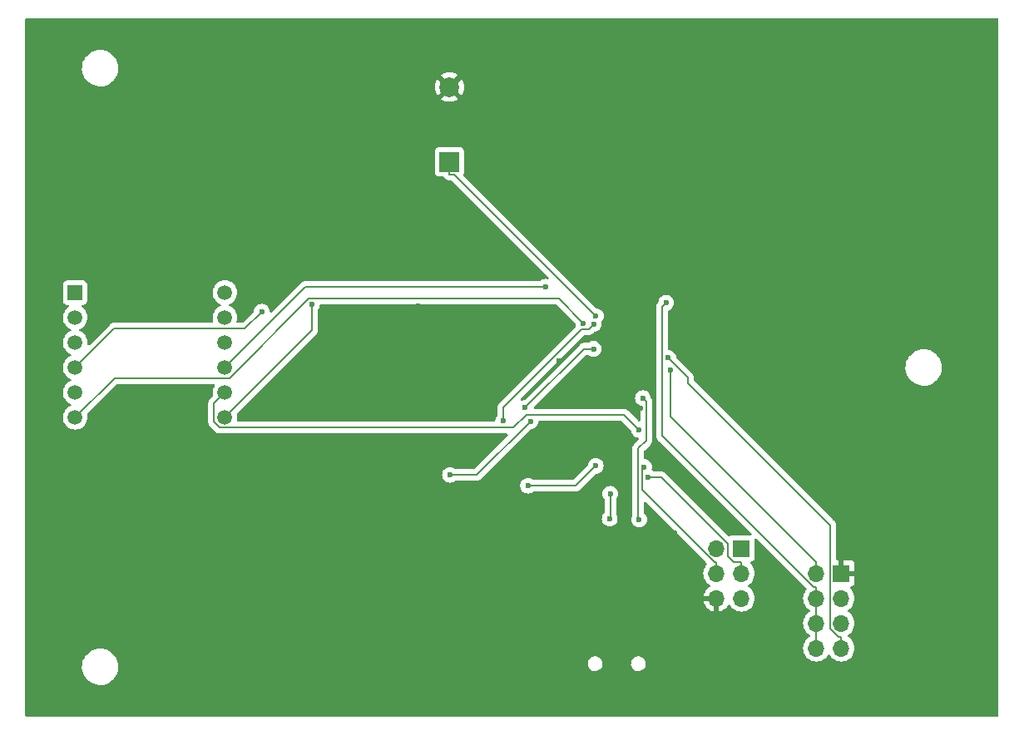
<source format=gbr>
%TF.GenerationSoftware,KiCad,Pcbnew,(7.0.0)*%
%TF.CreationDate,2023-04-20T13:17:43-06:00*%
%TF.ProjectId,Phase_B_ATMEGA_Considine_Final,50686173-655f-4425-9f41-544d4547415f,rev?*%
%TF.SameCoordinates,Original*%
%TF.FileFunction,Copper,L2,Bot*%
%TF.FilePolarity,Positive*%
%FSLAX46Y46*%
G04 Gerber Fmt 4.6, Leading zero omitted, Abs format (unit mm)*
G04 Created by KiCad (PCBNEW (7.0.0)) date 2023-04-20 13:17:43*
%MOMM*%
%LPD*%
G01*
G04 APERTURE LIST*
%TA.AperFunction,ComponentPad*%
%ADD10R,1.700000X1.700000*%
%TD*%
%TA.AperFunction,ComponentPad*%
%ADD11O,1.700000X1.700000*%
%TD*%
%TA.AperFunction,ComponentPad*%
%ADD12R,1.500000X1.500000*%
%TD*%
%TA.AperFunction,ComponentPad*%
%ADD13C,1.500000*%
%TD*%
%TA.AperFunction,ComponentPad*%
%ADD14R,2.000000X2.000000*%
%TD*%
%TA.AperFunction,ComponentPad*%
%ADD15C,2.000000*%
%TD*%
%TA.AperFunction,ViaPad*%
%ADD16C,0.600000*%
%TD*%
%TA.AperFunction,Conductor*%
%ADD17C,0.200000*%
%TD*%
G04 APERTURE END LIST*
D10*
%TO.P,J1,1,MISO*%
%TO.N,MISO*%
X169422499Y-107334999D03*
D11*
%TO.P,J1,2,VCC*%
%TO.N,+5V*%
X166882499Y-107334999D03*
%TO.P,J1,3,SCK*%
%TO.N,SCK*%
X169422499Y-109874999D03*
%TO.P,J1,4,MOSI*%
%TO.N,MOSI*%
X166882499Y-109874999D03*
%TO.P,J1,5,~{RST}*%
%TO.N,RST*%
X169422499Y-112414999D03*
%TO.P,J1,6,GND*%
%TO.N,GND*%
X166882499Y-112414999D03*
%TD*%
D12*
%TO.P,U1,1,e*%
%TO.N,Net-(U1-e)*%
X101599999Y-81279999D03*
D13*
%TO.P,U1,2,d*%
%TO.N,Net-(U1-d)*%
X101600000Y-83820000D03*
%TO.P,U1,3,DPX*%
%TO.N,Net-(U1-DPX)*%
X101600000Y-86360000D03*
%TO.P,U1,4,c*%
%TO.N,Net-(U1-c)*%
X101600000Y-88900000D03*
%TO.P,U1,5,g*%
%TO.N,Net-(U1-g)*%
X101600000Y-91440000D03*
%TO.P,U1,6,CA4*%
%TO.N,Dig4*%
X101600000Y-93980000D03*
%TO.P,U1,7,b*%
%TO.N,Net-(U1-b)*%
X116840000Y-93980000D03*
%TO.P,U1,8,CA3*%
%TO.N,Dig3*%
X116840000Y-91440000D03*
%TO.P,U1,9,CA2*%
%TO.N,Dig2*%
X116840000Y-88900000D03*
%TO.P,U1,10,f*%
%TO.N,Net-(U1-f)*%
X116840000Y-86360000D03*
%TO.P,U1,11,a*%
%TO.N,Net-(U1-a)*%
X116840000Y-83820000D03*
%TO.P,U1,12,CA1*%
%TO.N,Dig1*%
X116840000Y-81280000D03*
%TD*%
D14*
%TO.P,Buzzer,1,1*%
%TO.N,Buzzer*%
X139699999Y-67954999D03*
D15*
%TO.P,Buzzer,2,2*%
%TO.N,GND*%
X139700000Y-60355000D03*
%TD*%
D10*
%TO.P,J3,1,Pin_1*%
%TO.N,GND*%
X179582499Y-109874999D03*
D11*
%TO.P,J3,2,Pin_2*%
%TO.N,TX*%
X177042499Y-109874999D03*
%TO.P,J3,3,Pin_3*%
%TO.N,unconnected-(J3-Pin_3-Pad3)*%
X179582499Y-112414999D03*
%TO.P,J3,4,Pin_4*%
%TO.N,+3.3V*%
X177042499Y-112414999D03*
%TO.P,J3,5,Pin_5*%
%TO.N,Net-(J3-Pin_5)*%
X179582499Y-114954999D03*
%TO.P,J3,6,Pin_6*%
%TO.N,+3.3V*%
X177042499Y-114954999D03*
%TO.P,J3,7,Pin_7*%
%TO.N,RX*%
X179582499Y-117494999D03*
%TO.P,J3,8,Pin_8*%
%TO.N,+3.3V*%
X177042499Y-117494999D03*
%TD*%
D16*
%TO.N,GND*%
X170206589Y-92847026D03*
%TO.N,/UCAP*%
X154588380Y-98922284D03*
X147691233Y-100950856D03*
%TO.N,+5V*%
X156068181Y-101776190D03*
X156006171Y-104309969D03*
%TO.N,GND*%
X150867000Y-88202100D03*
X147583043Y-105819430D03*
X177464000Y-93154000D03*
X159311000Y-109511000D03*
X168236201Y-93159004D03*
X134257000Y-97216800D03*
X167048000Y-88912400D03*
X159430000Y-114378000D03*
X136530000Y-82662300D03*
X155999000Y-109266000D03*
X178973000Y-99031800D03*
X159126000Y-93056600D03*
X162577000Y-105722000D03*
X171189000Y-93254000D03*
X166562000Y-79237500D03*
X173093000Y-93197700D03*
X167110000Y-91180900D03*
X133272000Y-99872000D03*
X150674000Y-94681800D03*
X141500000Y-93658600D03*
X166853000Y-114890000D03*
X185798000Y-121486000D03*
X164196000Y-79217200D03*
X139695000Y-82691700D03*
X157421000Y-99233100D03*
X158311000Y-83274000D03*
X160650000Y-76705000D03*
X182387000Y-109448000D03*
X167048000Y-86766900D03*
X175155000Y-93276600D03*
X154219000Y-95643200D03*
X150893000Y-84248100D03*
X139700000Y-62693300D03*
X169184000Y-93152600D03*
X160282000Y-85585600D03*
X179548000Y-107666000D03*
%TO.N,XTAL2*%
X159007600Y-104387800D03*
X159385800Y-92035900D03*
%TO.N,/AREF*%
X139748800Y-99840800D03*
X147934700Y-94373500D03*
%TO.N,+3.3V*%
X161754300Y-82307700D03*
%TO.N,SCK*%
X159907300Y-100062200D03*
%TO.N,MOSI*%
X159500800Y-99038100D03*
%TO.N,TX*%
X162197400Y-89183400D03*
%TO.N,RX*%
X161958400Y-87931200D03*
%TO.N,Buzzer*%
X154591300Y-83675300D03*
%TO.N,Net-(U1-b)*%
X125703400Y-82498300D03*
%TO.N,Net-(U1-c)*%
X120597500Y-83219200D03*
%TO.N,Dig4*%
X153340000Y-84397900D03*
%TO.N,Dig3*%
X158983300Y-95261900D03*
%TO.N,Dig2*%
X149468000Y-80692900D03*
%TO.N,ST_CP*%
X154374100Y-84484400D03*
X145172000Y-94305000D03*
%TO.N,DS*%
X154359300Y-87009400D03*
X147394000Y-93005000D03*
%TD*%
D17*
%TO.N,RX*%
X163978300Y-89951100D02*
X161958400Y-87931200D01*
X163978300Y-90503700D02*
X163978300Y-89951100D01*
X178432400Y-104957800D02*
X163978300Y-90503700D01*
X178432400Y-115482400D02*
X178432400Y-104957800D01*
X179294900Y-116344900D02*
X178432400Y-115482400D01*
X179582500Y-116344900D02*
X179294900Y-116344900D01*
X179582500Y-117495000D02*
X179582500Y-116344900D01*
%TO.N,/UCAP*%
X152559808Y-100950856D02*
X154588380Y-98922284D01*
X147691233Y-100950856D02*
X152559808Y-100950856D01*
%TO.N,+5V*%
X156068181Y-104247959D02*
X156068181Y-101776190D01*
X156006171Y-104309969D02*
X156068181Y-104247959D01*
%TO.N,XTAL2*%
X159726200Y-96330300D02*
X159726200Y-92376300D01*
X159726200Y-92376300D02*
X159385800Y-92035900D01*
X158895500Y-97161000D02*
X159726200Y-96330300D01*
X158895500Y-104275700D02*
X158895500Y-97161000D01*
X159007600Y-104387800D02*
X158895500Y-104275700D01*
%TO.N,/AREF*%
X142467400Y-99840800D02*
X147934700Y-94373500D01*
X139748800Y-99840800D02*
X142467400Y-99840800D01*
%TO.N,+3.3V*%
X177042500Y-117495000D02*
X177042500Y-114955000D01*
X177042500Y-114955000D02*
X177042500Y-112415000D01*
X177042500Y-112415000D02*
X177042500Y-111264900D01*
X177042500Y-111264900D02*
X176755000Y-111264900D01*
X161352400Y-95862300D02*
X161352400Y-82709600D01*
X176755000Y-111264900D02*
X161352400Y-95862300D01*
X161352400Y-82709600D02*
X161754300Y-82307700D01*
%TO.N,SCK*%
X159907300Y-100062200D02*
X161238700Y-100062200D01*
X168032700Y-106856200D02*
X168032700Y-108148400D01*
X169422500Y-109875000D02*
X169422500Y-108724900D01*
X168032700Y-108148400D02*
X168609200Y-108724900D01*
X168609200Y-108724900D02*
X169422500Y-108724900D01*
X161238700Y-100062200D02*
X168032700Y-106856200D01*
%TO.N,MOSI*%
X159307200Y-99231700D02*
X159500800Y-99038100D01*
X159307200Y-101386300D02*
X159307200Y-99231700D01*
X166645800Y-108724900D02*
X159307200Y-101386300D01*
X166882500Y-108724900D02*
X166645800Y-108724900D01*
X166882500Y-109875000D02*
X166882500Y-108724900D01*
%TO.N,TX*%
X162197400Y-93879800D02*
X177042500Y-108724900D01*
X162197400Y-89183400D02*
X162197400Y-93879800D01*
X177042500Y-109875000D02*
X177042500Y-108724900D01*
%TO.N,Buzzer*%
X139700000Y-67955000D02*
X139700000Y-69255100D01*
X139700000Y-69255100D02*
X140171100Y-69255100D01*
X140171100Y-69255100D02*
X154591300Y-83675300D01*
%TO.N,Net-(U1-b)*%
X116840000Y-93980000D02*
X125703400Y-85116600D01*
X125703400Y-85116600D02*
X125703400Y-82498300D01*
%TO.N,Net-(U1-c)*%
X118868300Y-84948400D02*
X120597500Y-83219200D01*
X105551600Y-84948400D02*
X118868300Y-84948400D01*
X101600000Y-88900000D02*
X105551600Y-84948400D01*
%TO.N,Dig4*%
X150830200Y-81888100D02*
X153340000Y-84397900D01*
X101600000Y-93980000D02*
X105610200Y-89969800D01*
X125368200Y-81888100D02*
X150830200Y-81888100D01*
X105610200Y-89969800D02*
X117286500Y-89969800D01*
X117286500Y-89969800D02*
X125368200Y-81888100D01*
%TO.N,Dig3*%
X116840000Y-91440000D02*
X115746600Y-92533400D01*
X116327200Y-95034500D02*
X146213300Y-95034500D01*
X147504900Y-93742900D02*
X157464300Y-93742900D01*
X146213300Y-95034500D02*
X147504900Y-93742900D01*
X157464300Y-93742900D02*
X158983300Y-95261900D01*
X115746600Y-94453900D02*
X116327200Y-95034500D01*
X115746600Y-92533400D02*
X115746600Y-94453900D01*
%TO.N,Dig2*%
X116840000Y-88900000D02*
X125047100Y-80692900D01*
X125047100Y-80692900D02*
X149468000Y-80692900D01*
%TO.N,ST_CP*%
X153852000Y-85006500D02*
X154374100Y-84484400D01*
X145172000Y-94305000D02*
X145172000Y-93007600D01*
X145172000Y-93007600D02*
X153173100Y-85006500D01*
X153173100Y-85006500D02*
X153852000Y-85006500D01*
%TO.N,DS*%
X147394000Y-93005000D02*
X153389600Y-87009400D01*
X153389600Y-87009400D02*
X154359300Y-87009400D01*
%TD*%
%TA.AperFunction,Conductor*%
%TO.N,GND*%
G36*
X150577556Y-82498039D02*
G01*
X150617784Y-82524919D01*
X152509299Y-84416434D01*
X152533338Y-84450313D01*
X152544838Y-84490231D01*
X152553851Y-84570231D01*
X152553852Y-84570238D01*
X152554632Y-84577155D01*
X152556931Y-84583726D01*
X152556932Y-84583729D01*
X152580372Y-84650717D01*
X152584221Y-84719264D01*
X152551011Y-84779352D01*
X144780965Y-92549398D01*
X144768774Y-92560090D01*
X144750165Y-92574370D01*
X144750161Y-92574373D01*
X144743718Y-92579318D01*
X144738774Y-92585760D01*
X144738772Y-92585763D01*
X144685279Y-92655477D01*
X144685279Y-92655478D01*
X144674579Y-92669423D01*
X144654740Y-92695277D01*
X144647464Y-92704759D01*
X144644355Y-92712263D01*
X144644353Y-92712268D01*
X144590066Y-92843328D01*
X144590064Y-92843333D01*
X144586956Y-92850838D01*
X144585896Y-92858889D01*
X144585894Y-92858897D01*
X144569941Y-92980082D01*
X144566318Y-93007600D01*
X144567379Y-93015659D01*
X144570439Y-93038902D01*
X144571500Y-93055087D01*
X144571500Y-93723838D01*
X144564541Y-93764793D01*
X144545281Y-93799640D01*
X144542184Y-93802738D01*
X144538483Y-93808627D01*
X144538479Y-93808633D01*
X144449912Y-93949587D01*
X144449910Y-93949590D01*
X144446211Y-93955478D01*
X144443915Y-93962036D01*
X144443913Y-93962043D01*
X144388930Y-94119175D01*
X144388928Y-94119182D01*
X144386632Y-94125745D01*
X144366435Y-94305000D01*
X144367062Y-94310569D01*
X144350602Y-94372000D01*
X144305215Y-94417387D01*
X144243215Y-94434000D01*
X118174565Y-94434000D01*
X118119721Y-94421212D01*
X118076189Y-94385486D01*
X118052948Y-94334191D01*
X118054790Y-94277906D01*
X118059483Y-94260391D01*
X118076207Y-94197977D01*
X118095277Y-93980000D01*
X118076207Y-93762023D01*
X118073918Y-93753480D01*
X118059023Y-93697890D01*
X118059023Y-93633703D01*
X118091115Y-93578118D01*
X126094444Y-85574790D01*
X126106622Y-85564109D01*
X126131682Y-85544882D01*
X126216165Y-85434782D01*
X126227936Y-85419441D01*
X126288444Y-85273362D01*
X126309082Y-85116600D01*
X126304961Y-85085298D01*
X126303900Y-85069113D01*
X126303900Y-83079462D01*
X126310859Y-83038507D01*
X126330118Y-83003659D01*
X126333216Y-83000562D01*
X126429189Y-82847822D01*
X126488768Y-82677555D01*
X126497650Y-82598716D01*
X126518417Y-82542748D01*
X126562930Y-82502970D01*
X126620871Y-82488600D01*
X150530103Y-82488600D01*
X150577556Y-82498039D01*
G37*
%TD.AperFunction*%
%TA.AperFunction,Conductor*%
G36*
X195507500Y-53367113D02*
G01*
X195552887Y-53412500D01*
X195569500Y-53474500D01*
X195569500Y-124325500D01*
X195552887Y-124387500D01*
X195507500Y-124432887D01*
X195445500Y-124449500D01*
X96654500Y-124449500D01*
X96592500Y-124432887D01*
X96547113Y-124387500D01*
X96530500Y-124325500D01*
X96530500Y-119447765D01*
X102285788Y-119447765D01*
X102286282Y-119452262D01*
X102286283Y-119452267D01*
X102314917Y-119712506D01*
X102314918Y-119712513D01*
X102315414Y-119717018D01*
X102316559Y-119721398D01*
X102316561Y-119721408D01*
X102348830Y-119844838D01*
X102383928Y-119979088D01*
X102385693Y-119983242D01*
X102385696Y-119983250D01*
X102488099Y-120224223D01*
X102489870Y-120228390D01*
X102492226Y-120232251D01*
X102492229Y-120232256D01*
X102628618Y-120455737D01*
X102630982Y-120459610D01*
X102804255Y-120667820D01*
X102807630Y-120670844D01*
X102807631Y-120670845D01*
X102912330Y-120764656D01*
X103005998Y-120848582D01*
X103231910Y-120998044D01*
X103477176Y-121113020D01*
X103736569Y-121191060D01*
X104004561Y-121230500D01*
X104205369Y-121230500D01*
X104207631Y-121230500D01*
X104410156Y-121215677D01*
X104674553Y-121156780D01*
X104927558Y-121060014D01*
X105163777Y-120927441D01*
X105378177Y-120761888D01*
X105566186Y-120566881D01*
X105723799Y-120346579D01*
X105847656Y-120105675D01*
X105935118Y-119849305D01*
X105984319Y-119582933D01*
X105994212Y-119312235D01*
X105972393Y-119113935D01*
X153768169Y-119113935D01*
X153798635Y-119286711D01*
X153868123Y-119447804D01*
X153972890Y-119588530D01*
X154107286Y-119701302D01*
X154264067Y-119780040D01*
X154434779Y-119820500D01*
X154562611Y-119820500D01*
X154566209Y-119820500D01*
X154696755Y-119805241D01*
X154861617Y-119745237D01*
X155008196Y-119648830D01*
X155128592Y-119521218D01*
X155216312Y-119369281D01*
X155266630Y-119201210D01*
X155271713Y-119113935D01*
X158168169Y-119113935D01*
X158198635Y-119286711D01*
X158268123Y-119447804D01*
X158372890Y-119588530D01*
X158507286Y-119701302D01*
X158664067Y-119780040D01*
X158834779Y-119820500D01*
X158962611Y-119820500D01*
X158966209Y-119820500D01*
X159096755Y-119805241D01*
X159261617Y-119745237D01*
X159408196Y-119648830D01*
X159528592Y-119521218D01*
X159616312Y-119369281D01*
X159666630Y-119201210D01*
X159676831Y-119026065D01*
X159646365Y-118853289D01*
X159576877Y-118692196D01*
X159472110Y-118551470D01*
X159400247Y-118491170D01*
X159343245Y-118443339D01*
X159343244Y-118443338D01*
X159337714Y-118438698D01*
X159295406Y-118417450D01*
X159187383Y-118363199D01*
X159187380Y-118363198D01*
X159180933Y-118359960D01*
X159173907Y-118358294D01*
X159173905Y-118358294D01*
X159017249Y-118321165D01*
X159017243Y-118321164D01*
X159010221Y-118319500D01*
X158878791Y-118319500D01*
X158875225Y-118319916D01*
X158875221Y-118319917D01*
X158755415Y-118333920D01*
X158755407Y-118333921D01*
X158748245Y-118334759D01*
X158741467Y-118337225D01*
X158741458Y-118337228D01*
X158590174Y-118392291D01*
X158590171Y-118392292D01*
X158583383Y-118394763D01*
X158577350Y-118398730D01*
X158577342Y-118398735D01*
X158442840Y-118487199D01*
X158442834Y-118487203D01*
X158436804Y-118491170D01*
X158431851Y-118496419D01*
X158431846Y-118496424D01*
X158321365Y-118613527D01*
X158321361Y-118613531D01*
X158316408Y-118618782D01*
X158312799Y-118625032D01*
X158312796Y-118625037D01*
X158232299Y-118764463D01*
X158232296Y-118764468D01*
X158228688Y-118770719D01*
X158226617Y-118777634D01*
X158226617Y-118777636D01*
X158180441Y-118931869D01*
X158180439Y-118931877D01*
X158178370Y-118938790D01*
X158177950Y-118945996D01*
X158177949Y-118946004D01*
X158168588Y-119106725D01*
X158168588Y-119106733D01*
X158168169Y-119113935D01*
X155271713Y-119113935D01*
X155276831Y-119026065D01*
X155246365Y-118853289D01*
X155176877Y-118692196D01*
X155072110Y-118551470D01*
X155000247Y-118491170D01*
X154943245Y-118443339D01*
X154943244Y-118443338D01*
X154937714Y-118438698D01*
X154895406Y-118417450D01*
X154787383Y-118363199D01*
X154787380Y-118363198D01*
X154780933Y-118359960D01*
X154773907Y-118358294D01*
X154773905Y-118358294D01*
X154617249Y-118321165D01*
X154617243Y-118321164D01*
X154610221Y-118319500D01*
X154478791Y-118319500D01*
X154475225Y-118319916D01*
X154475221Y-118319917D01*
X154355415Y-118333920D01*
X154355407Y-118333921D01*
X154348245Y-118334759D01*
X154341467Y-118337225D01*
X154341458Y-118337228D01*
X154190174Y-118392291D01*
X154190171Y-118392292D01*
X154183383Y-118394763D01*
X154177350Y-118398730D01*
X154177342Y-118398735D01*
X154042840Y-118487199D01*
X154042834Y-118487203D01*
X154036804Y-118491170D01*
X154031851Y-118496419D01*
X154031846Y-118496424D01*
X153921365Y-118613527D01*
X153921361Y-118613531D01*
X153916408Y-118618782D01*
X153912799Y-118625032D01*
X153912796Y-118625037D01*
X153832299Y-118764463D01*
X153832296Y-118764468D01*
X153828688Y-118770719D01*
X153826617Y-118777634D01*
X153826617Y-118777636D01*
X153780441Y-118931869D01*
X153780439Y-118931877D01*
X153778370Y-118938790D01*
X153777950Y-118945996D01*
X153777949Y-118946004D01*
X153768588Y-119106725D01*
X153768588Y-119106733D01*
X153768169Y-119113935D01*
X105972393Y-119113935D01*
X105964586Y-119042982D01*
X105896072Y-118780912D01*
X105891740Y-118770719D01*
X105824941Y-118613527D01*
X105790130Y-118531610D01*
X105649018Y-118300390D01*
X105475745Y-118092180D01*
X105370759Y-117998112D01*
X105277382Y-117914446D01*
X105277378Y-117914442D01*
X105274002Y-117911418D01*
X105048090Y-117761956D01*
X105043996Y-117760036D01*
X105043991Y-117760034D01*
X104806929Y-117648904D01*
X104806925Y-117648902D01*
X104802824Y-117646980D01*
X104798477Y-117645672D01*
X104798474Y-117645671D01*
X104547772Y-117570246D01*
X104547771Y-117570245D01*
X104543431Y-117568940D01*
X104538957Y-117568281D01*
X104538950Y-117568280D01*
X104279913Y-117530158D01*
X104279907Y-117530157D01*
X104275439Y-117529500D01*
X104072369Y-117529500D01*
X104070120Y-117529664D01*
X104070109Y-117529665D01*
X103874363Y-117543992D01*
X103874359Y-117543992D01*
X103869844Y-117544323D01*
X103865426Y-117545307D01*
X103865420Y-117545308D01*
X103609877Y-117602232D01*
X103609861Y-117602236D01*
X103605447Y-117603220D01*
X103601216Y-117604838D01*
X103601210Y-117604840D01*
X103356673Y-117698367D01*
X103356663Y-117698371D01*
X103352442Y-117699986D01*
X103348494Y-117702201D01*
X103348489Y-117702204D01*
X103120176Y-117830340D01*
X103120171Y-117830343D01*
X103116223Y-117832559D01*
X103112639Y-117835325D01*
X103112635Y-117835329D01*
X102905407Y-117995343D01*
X102905394Y-117995354D01*
X102901823Y-117998112D01*
X102898685Y-118001366D01*
X102898678Y-118001373D01*
X102716958Y-118189857D01*
X102716952Y-118189864D01*
X102713814Y-118193119D01*
X102711189Y-118196787D01*
X102711179Y-118196800D01*
X102558834Y-118409740D01*
X102558830Y-118409745D01*
X102556201Y-118413421D01*
X102554132Y-118417444D01*
X102554129Y-118417450D01*
X102434416Y-118650293D01*
X102434411Y-118650304D01*
X102432344Y-118654325D01*
X102430884Y-118658602D01*
X102430879Y-118658616D01*
X102346348Y-118906395D01*
X102346344Y-118906407D01*
X102344882Y-118910695D01*
X102344057Y-118915159D01*
X102344057Y-118915161D01*
X102296504Y-119172606D01*
X102296502Y-119172619D01*
X102295681Y-119177067D01*
X102295515Y-119181593D01*
X102295515Y-119181599D01*
X102288428Y-119375536D01*
X102285788Y-119447765D01*
X96530500Y-119447765D01*
X96530500Y-112667551D01*
X165555188Y-112667551D01*
X165555556Y-112678780D01*
X165607668Y-112873263D01*
X165611356Y-112883397D01*
X165706613Y-113087676D01*
X165712001Y-113097008D01*
X165841284Y-113281643D01*
X165848221Y-113289909D01*
X166007590Y-113449278D01*
X166015856Y-113456215D01*
X166200491Y-113585498D01*
X166209823Y-113590886D01*
X166414102Y-113686143D01*
X166424236Y-113689831D01*
X166618719Y-113741943D01*
X166629948Y-113742311D01*
X166632500Y-113731369D01*
X166632500Y-112681326D01*
X166629049Y-112668450D01*
X166616174Y-112665000D01*
X165566131Y-112665000D01*
X165555188Y-112667551D01*
X96530500Y-112667551D01*
X96530500Y-104309969D01*
X155200606Y-104309969D01*
X155220803Y-104489224D01*
X155223099Y-104495788D01*
X155223101Y-104495793D01*
X155278084Y-104652925D01*
X155280382Y-104659491D01*
X155284083Y-104665381D01*
X155329286Y-104737322D01*
X155376355Y-104812231D01*
X155503909Y-104939785D01*
X155656649Y-105035758D01*
X155826916Y-105095337D01*
X156006171Y-105115534D01*
X156185426Y-105095337D01*
X156355693Y-105035758D01*
X156508433Y-104939785D01*
X156635987Y-104812231D01*
X156731960Y-104659491D01*
X156791539Y-104489224D01*
X156811736Y-104309969D01*
X156791539Y-104130714D01*
X156731960Y-103960447D01*
X156687686Y-103889986D01*
X156668681Y-103824015D01*
X156668681Y-102357352D01*
X156675640Y-102316397D01*
X156694899Y-102281549D01*
X156697997Y-102278452D01*
X156793970Y-102125712D01*
X156853549Y-101955445D01*
X156873746Y-101776190D01*
X156853549Y-101596935D01*
X156793970Y-101426668D01*
X156697997Y-101273928D01*
X156570443Y-101146374D01*
X156550202Y-101133656D01*
X156423593Y-101054102D01*
X156417703Y-101050401D01*
X156411140Y-101048104D01*
X156411137Y-101048103D01*
X156254005Y-100993120D01*
X156254000Y-100993118D01*
X156247436Y-100990822D01*
X156240516Y-100990042D01*
X156240515Y-100990042D01*
X156075104Y-100971405D01*
X156068181Y-100970625D01*
X156061258Y-100971405D01*
X155895846Y-100990042D01*
X155895843Y-100990042D01*
X155888926Y-100990822D01*
X155882363Y-100993118D01*
X155882356Y-100993120D01*
X155725224Y-101048103D01*
X155725217Y-101048105D01*
X155718659Y-101050401D01*
X155712771Y-101054100D01*
X155712768Y-101054102D01*
X155571819Y-101142666D01*
X155571814Y-101142669D01*
X155565919Y-101146374D01*
X155560994Y-101151298D01*
X155560990Y-101151302D01*
X155443293Y-101268999D01*
X155443289Y-101269003D01*
X155438365Y-101273928D01*
X155434660Y-101279823D01*
X155434657Y-101279828D01*
X155346093Y-101420777D01*
X155346091Y-101420780D01*
X155342392Y-101426668D01*
X155340096Y-101433226D01*
X155340094Y-101433233D01*
X155285111Y-101590365D01*
X155285109Y-101590372D01*
X155282813Y-101596935D01*
X155262616Y-101776190D01*
X155282813Y-101955445D01*
X155285109Y-101962009D01*
X155285111Y-101962014D01*
X155340094Y-102119146D01*
X155342392Y-102125712D01*
X155438365Y-102278452D01*
X155441462Y-102281549D01*
X155460722Y-102316397D01*
X155467681Y-102357352D01*
X155467681Y-103665019D01*
X155458242Y-103712472D01*
X155431362Y-103752700D01*
X155381283Y-103802778D01*
X155381279Y-103802782D01*
X155376355Y-103807707D01*
X155372650Y-103813602D01*
X155372647Y-103813607D01*
X155284083Y-103954556D01*
X155284081Y-103954559D01*
X155280382Y-103960447D01*
X155278086Y-103967005D01*
X155278084Y-103967012D01*
X155223101Y-104124144D01*
X155223099Y-104124151D01*
X155220803Y-104130714D01*
X155220023Y-104137631D01*
X155220023Y-104137634D01*
X155211254Y-104215465D01*
X155200606Y-104309969D01*
X96530500Y-104309969D01*
X96530500Y-100950856D01*
X146885668Y-100950856D01*
X146905865Y-101130111D01*
X146908161Y-101136675D01*
X146908163Y-101136680D01*
X146958253Y-101279828D01*
X146965444Y-101300378D01*
X147061417Y-101453118D01*
X147188971Y-101580672D01*
X147341711Y-101676645D01*
X147511978Y-101736224D01*
X147691233Y-101756421D01*
X147870488Y-101736224D01*
X148040755Y-101676645D01*
X148193495Y-101580672D01*
X148196592Y-101577574D01*
X148231440Y-101558315D01*
X148272395Y-101551356D01*
X152512321Y-101551356D01*
X152528506Y-101552417D01*
X152559808Y-101556538D01*
X152716570Y-101535900D01*
X152862649Y-101475392D01*
X152865311Y-101473349D01*
X152988090Y-101379138D01*
X153007318Y-101354078D01*
X153017997Y-101341900D01*
X154606916Y-99752981D01*
X154640793Y-99728945D01*
X154680710Y-99717445D01*
X154767635Y-99707652D01*
X154937902Y-99648073D01*
X155090642Y-99552100D01*
X155218196Y-99424546D01*
X155314169Y-99271806D01*
X155373748Y-99101539D01*
X155393945Y-98922284D01*
X155373748Y-98743029D01*
X155314169Y-98572762D01*
X155218196Y-98420022D01*
X155090642Y-98292468D01*
X154937902Y-98196495D01*
X154931339Y-98194198D01*
X154931336Y-98194197D01*
X154774204Y-98139214D01*
X154774199Y-98139212D01*
X154767635Y-98136916D01*
X154760715Y-98136136D01*
X154760714Y-98136136D01*
X154595303Y-98117499D01*
X154588380Y-98116719D01*
X154581457Y-98117499D01*
X154416045Y-98136136D01*
X154416042Y-98136136D01*
X154409125Y-98136916D01*
X154402562Y-98139212D01*
X154402555Y-98139214D01*
X154245423Y-98194197D01*
X154245416Y-98194199D01*
X154238858Y-98196495D01*
X154232970Y-98200194D01*
X154232967Y-98200196D01*
X154092018Y-98288760D01*
X154092013Y-98288763D01*
X154086118Y-98292468D01*
X154081193Y-98297392D01*
X154081189Y-98297396D01*
X153963492Y-98415093D01*
X153963488Y-98415097D01*
X153958564Y-98420022D01*
X153954859Y-98425917D01*
X153954856Y-98425922D01*
X153866292Y-98566871D01*
X153866290Y-98566874D01*
X153862591Y-98572762D01*
X153860295Y-98579320D01*
X153860293Y-98579327D01*
X153822065Y-98688578D01*
X153803012Y-98743029D01*
X153802232Y-98749948D01*
X153802232Y-98749950D01*
X153793218Y-98829951D01*
X153781718Y-98869869D01*
X153757679Y-98903748D01*
X152347392Y-100314037D01*
X152307164Y-100340917D01*
X152259711Y-100350356D01*
X148272395Y-100350356D01*
X148231440Y-100343397D01*
X148196592Y-100324137D01*
X148193495Y-100321040D01*
X148118677Y-100274029D01*
X148046645Y-100228768D01*
X148040755Y-100225067D01*
X148034192Y-100222770D01*
X148034189Y-100222769D01*
X147877057Y-100167786D01*
X147877052Y-100167784D01*
X147870488Y-100165488D01*
X147863568Y-100164708D01*
X147863567Y-100164708D01*
X147698156Y-100146071D01*
X147691233Y-100145291D01*
X147684310Y-100146071D01*
X147518898Y-100164708D01*
X147518895Y-100164708D01*
X147511978Y-100165488D01*
X147505415Y-100167784D01*
X147505408Y-100167786D01*
X147348276Y-100222769D01*
X147348269Y-100222771D01*
X147341711Y-100225067D01*
X147335823Y-100228766D01*
X147335820Y-100228768D01*
X147194871Y-100317332D01*
X147194866Y-100317335D01*
X147188971Y-100321040D01*
X147184046Y-100325964D01*
X147184042Y-100325968D01*
X147066345Y-100443665D01*
X147066341Y-100443669D01*
X147061417Y-100448594D01*
X147057712Y-100454489D01*
X147057709Y-100454494D01*
X146969145Y-100595443D01*
X146969143Y-100595446D01*
X146965444Y-100601334D01*
X146963148Y-100607892D01*
X146963146Y-100607899D01*
X146908163Y-100765031D01*
X146908161Y-100765038D01*
X146905865Y-100771601D01*
X146905085Y-100778518D01*
X146905085Y-100778521D01*
X146897218Y-100848347D01*
X146885668Y-100950856D01*
X96530500Y-100950856D01*
X96530500Y-93980000D01*
X100344723Y-93980000D01*
X100345195Y-93985395D01*
X100363320Y-94192578D01*
X100363321Y-94192585D01*
X100363793Y-94197977D01*
X100365192Y-94203199D01*
X100365194Y-94203209D01*
X100414036Y-94385486D01*
X100420425Y-94409330D01*
X100422709Y-94414229D01*
X100422712Y-94414236D01*
X100510611Y-94602736D01*
X100510614Y-94602742D01*
X100512898Y-94607639D01*
X100515997Y-94612066D01*
X100515999Y-94612068D01*
X100635296Y-94782442D01*
X100635299Y-94782446D01*
X100638402Y-94786877D01*
X100793123Y-94941598D01*
X100972361Y-95067102D01*
X100977261Y-95069387D01*
X100977263Y-95069388D01*
X101164223Y-95156569D01*
X101170670Y-95159575D01*
X101328522Y-95201871D01*
X101376790Y-95214805D01*
X101376791Y-95214805D01*
X101382023Y-95216207D01*
X101600000Y-95235277D01*
X101817977Y-95216207D01*
X102029330Y-95159575D01*
X102227639Y-95067102D01*
X102406877Y-94941598D01*
X102561598Y-94786877D01*
X102687102Y-94607639D01*
X102779575Y-94409330D01*
X102836207Y-94197977D01*
X102855277Y-93980000D01*
X102836207Y-93762023D01*
X102833918Y-93753480D01*
X102819023Y-93697890D01*
X102819023Y-93633703D01*
X102851115Y-93578118D01*
X105822615Y-90606619D01*
X105862844Y-90579739D01*
X105910297Y-90570300D01*
X115684190Y-90570300D01*
X115748518Y-90588291D01*
X115794179Y-90637043D01*
X115807925Y-90702410D01*
X115785765Y-90765423D01*
X115756006Y-90807922D01*
X115756001Y-90807929D01*
X115752898Y-90812362D01*
X115750610Y-90817268D01*
X115750608Y-90817272D01*
X115662712Y-91005763D01*
X115662707Y-91005774D01*
X115660425Y-91010670D01*
X115659025Y-91015892D01*
X115659024Y-91015897D01*
X115605194Y-91216790D01*
X115605191Y-91216802D01*
X115603793Y-91222023D01*
X115603321Y-91227412D01*
X115603320Y-91227421D01*
X115587690Y-91406084D01*
X115584723Y-91440000D01*
X115585195Y-91445395D01*
X115603320Y-91652578D01*
X115603793Y-91657977D01*
X115605192Y-91663201D01*
X115605193Y-91663202D01*
X115620976Y-91722107D01*
X115620976Y-91786294D01*
X115588882Y-91841881D01*
X115355565Y-92075198D01*
X115343374Y-92085890D01*
X115324765Y-92100170D01*
X115324761Y-92100173D01*
X115318318Y-92105118D01*
X115313374Y-92111560D01*
X115313372Y-92111563D01*
X115245946Y-92199435D01*
X115227011Y-92224111D01*
X115227008Y-92224114D01*
X115222064Y-92230559D01*
X115218955Y-92238062D01*
X115218954Y-92238066D01*
X115164666Y-92369128D01*
X115164664Y-92369133D01*
X115161556Y-92376638D01*
X115160496Y-92384689D01*
X115160494Y-92384697D01*
X115144955Y-92502738D01*
X115140918Y-92533400D01*
X115141979Y-92541459D01*
X115145039Y-92564702D01*
X115146100Y-92580887D01*
X115146100Y-94406413D01*
X115145038Y-94422598D01*
X115140918Y-94453900D01*
X115141979Y-94461959D01*
X115146100Y-94493261D01*
X115160494Y-94602602D01*
X115160495Y-94602608D01*
X115161556Y-94610662D01*
X115164665Y-94618168D01*
X115164666Y-94618171D01*
X115191759Y-94683579D01*
X115222064Y-94756741D01*
X115318318Y-94882182D01*
X115324764Y-94887128D01*
X115343369Y-94901404D01*
X115355564Y-94912099D01*
X115868999Y-95425534D01*
X115879689Y-95437722D01*
X115898918Y-95462782D01*
X116024359Y-95559036D01*
X116170438Y-95619544D01*
X116327200Y-95640182D01*
X116335259Y-95639121D01*
X116358502Y-95636061D01*
X116374687Y-95635000D01*
X145524603Y-95635000D01*
X145580898Y-95648515D01*
X145624921Y-95686115D01*
X145647076Y-95739602D01*
X145642534Y-95797318D01*
X145612284Y-95846681D01*
X142254984Y-99203981D01*
X142214756Y-99230861D01*
X142167303Y-99240300D01*
X140329962Y-99240300D01*
X140289007Y-99233341D01*
X140254159Y-99214081D01*
X140251062Y-99210984D01*
X140098322Y-99115011D01*
X140091759Y-99112714D01*
X140091756Y-99112713D01*
X139934624Y-99057730D01*
X139934619Y-99057728D01*
X139928055Y-99055432D01*
X139921135Y-99054652D01*
X139921134Y-99054652D01*
X139755723Y-99036015D01*
X139748800Y-99035235D01*
X139741877Y-99036015D01*
X139576465Y-99054652D01*
X139576462Y-99054652D01*
X139569545Y-99055432D01*
X139562982Y-99057728D01*
X139562975Y-99057730D01*
X139405843Y-99112713D01*
X139405836Y-99112715D01*
X139399278Y-99115011D01*
X139393390Y-99118710D01*
X139393387Y-99118712D01*
X139252438Y-99207276D01*
X139252433Y-99207279D01*
X139246538Y-99210984D01*
X139241613Y-99215908D01*
X139241609Y-99215912D01*
X139123912Y-99333609D01*
X139123908Y-99333613D01*
X139118984Y-99338538D01*
X139115279Y-99344433D01*
X139115276Y-99344438D01*
X139026712Y-99485387D01*
X139026710Y-99485390D01*
X139023011Y-99491278D01*
X139020715Y-99497836D01*
X139020713Y-99497843D01*
X138965730Y-99654975D01*
X138965728Y-99654982D01*
X138963432Y-99661545D01*
X138962652Y-99668462D01*
X138962652Y-99668465D01*
X138956586Y-99722303D01*
X138943235Y-99840800D01*
X138963432Y-100020055D01*
X138965728Y-100026619D01*
X138965730Y-100026624D01*
X139014048Y-100164708D01*
X139023011Y-100190322D01*
X139118984Y-100343062D01*
X139246538Y-100470616D01*
X139399278Y-100566589D01*
X139569545Y-100626168D01*
X139748800Y-100646365D01*
X139928055Y-100626168D01*
X140098322Y-100566589D01*
X140251062Y-100470616D01*
X140254159Y-100467518D01*
X140289007Y-100448259D01*
X140329962Y-100441300D01*
X142419913Y-100441300D01*
X142436098Y-100442361D01*
X142467400Y-100446482D01*
X142624162Y-100425844D01*
X142770241Y-100365336D01*
X142799269Y-100343062D01*
X142895682Y-100269082D01*
X142914910Y-100244022D01*
X142925589Y-100231844D01*
X147953236Y-95204197D01*
X147987113Y-95180161D01*
X148027030Y-95168661D01*
X148113955Y-95158868D01*
X148284222Y-95099289D01*
X148436962Y-95003316D01*
X148564516Y-94875762D01*
X148660489Y-94723022D01*
X148720068Y-94552755D01*
X148731249Y-94453515D01*
X148752015Y-94397549D01*
X148796528Y-94357770D01*
X148854469Y-94343400D01*
X157164203Y-94343400D01*
X157211656Y-94352839D01*
X157251884Y-94379719D01*
X158152599Y-95280434D01*
X158176638Y-95314313D01*
X158188138Y-95354231D01*
X158197932Y-95441155D01*
X158200231Y-95447725D01*
X158240288Y-95562203D01*
X158257511Y-95611422D01*
X158353484Y-95764162D01*
X158481038Y-95891716D01*
X158633778Y-95987689D01*
X158804045Y-96047268D01*
X158868082Y-96054483D01*
X158931511Y-96080756D01*
X158971240Y-96136748D01*
X158975090Y-96205296D01*
X158941880Y-96265384D01*
X158504465Y-96702798D01*
X158492274Y-96713490D01*
X158473665Y-96727770D01*
X158473661Y-96727773D01*
X158467218Y-96732718D01*
X158462274Y-96739160D01*
X158462272Y-96739163D01*
X158443050Y-96764215D01*
X158375911Y-96851711D01*
X158375908Y-96851714D01*
X158370964Y-96858159D01*
X158367855Y-96865663D01*
X158367853Y-96865668D01*
X158313566Y-96996728D01*
X158313564Y-96996733D01*
X158310456Y-97004238D01*
X158309396Y-97012289D01*
X158309394Y-97012297D01*
X158291202Y-97150482D01*
X158289818Y-97161000D01*
X158290879Y-97169059D01*
X158293939Y-97192302D01*
X158295000Y-97208487D01*
X158295000Y-103984385D01*
X158283205Y-104036059D01*
X158281811Y-104038278D01*
X158279513Y-104044843D01*
X158279512Y-104044847D01*
X158224530Y-104201975D01*
X158224528Y-104201982D01*
X158222232Y-104208545D01*
X158202035Y-104387800D01*
X158202815Y-104394723D01*
X158218002Y-104529518D01*
X158222232Y-104567055D01*
X158224528Y-104573619D01*
X158224530Y-104573624D01*
X158279513Y-104730756D01*
X158281811Y-104737322D01*
X158377784Y-104890062D01*
X158505338Y-105017616D01*
X158658078Y-105113589D01*
X158828345Y-105173168D01*
X159007600Y-105193365D01*
X159186855Y-105173168D01*
X159357122Y-105113589D01*
X159509862Y-105017616D01*
X159637416Y-104890062D01*
X159733389Y-104737322D01*
X159792968Y-104567055D01*
X159813165Y-104387800D01*
X159792968Y-104208545D01*
X159733389Y-104038278D01*
X159637416Y-103885538D01*
X159532319Y-103780441D01*
X159505439Y-103740213D01*
X159496000Y-103692760D01*
X159496000Y-102723697D01*
X159509515Y-102667402D01*
X159547115Y-102623379D01*
X159600602Y-102601224D01*
X159658318Y-102605766D01*
X159707681Y-102636016D01*
X165871952Y-108800287D01*
X165904045Y-108855873D01*
X165904047Y-108920059D01*
X165871955Y-108975646D01*
X165847839Y-108999763D01*
X165847828Y-108999775D01*
X165844005Y-109003599D01*
X165840903Y-109008028D01*
X165840898Y-109008035D01*
X165711573Y-109192731D01*
X165711568Y-109192738D01*
X165708465Y-109197171D01*
X165706177Y-109202077D01*
X165706175Y-109202081D01*
X165610886Y-109406427D01*
X165610883Y-109406432D01*
X165608597Y-109411337D01*
X165607198Y-109416557D01*
X165607194Y-109416569D01*
X165548837Y-109634365D01*
X165548835Y-109634371D01*
X165547437Y-109639592D01*
X165526841Y-109875000D01*
X165547437Y-110110408D01*
X165548836Y-110115630D01*
X165548837Y-110115634D01*
X165607194Y-110333430D01*
X165607197Y-110333438D01*
X165608597Y-110338663D01*
X165610885Y-110343570D01*
X165610886Y-110343572D01*
X165706178Y-110547927D01*
X165706181Y-110547933D01*
X165708465Y-110552830D01*
X165711564Y-110557257D01*
X165711566Y-110557259D01*
X165840899Y-110741966D01*
X165840902Y-110741970D01*
X165844005Y-110746401D01*
X166011099Y-110913495D01*
X166015531Y-110916598D01*
X166015533Y-110916600D01*
X166197095Y-111043731D01*
X166235960Y-111088049D01*
X166249971Y-111145306D01*
X166235960Y-111202563D01*
X166197095Y-111246881D01*
X166015852Y-111373788D01*
X166007592Y-111380719D01*
X165848219Y-111540092D01*
X165841284Y-111548357D01*
X165712008Y-111732982D01*
X165706610Y-111742332D01*
X165611356Y-111946602D01*
X165607668Y-111956736D01*
X165555556Y-112151219D01*
X165555188Y-112162448D01*
X165566131Y-112165000D01*
X167008500Y-112165000D01*
X167070500Y-112181613D01*
X167115887Y-112227000D01*
X167132500Y-112289000D01*
X167132500Y-113731369D01*
X167135051Y-113742311D01*
X167146280Y-113741943D01*
X167340763Y-113689831D01*
X167350897Y-113686143D01*
X167555176Y-113590886D01*
X167564508Y-113585498D01*
X167749143Y-113456215D01*
X167757409Y-113449278D01*
X167916778Y-113289909D01*
X167923719Y-113281638D01*
X168050619Y-113100406D01*
X168094937Y-113061540D01*
X168152194Y-113047529D01*
X168209451Y-113061540D01*
X168253769Y-113100405D01*
X168380899Y-113281966D01*
X168380902Y-113281970D01*
X168384005Y-113286401D01*
X168551099Y-113453495D01*
X168744670Y-113589035D01*
X168958837Y-113688903D01*
X169187092Y-113750063D01*
X169422500Y-113770659D01*
X169657908Y-113750063D01*
X169886163Y-113688903D01*
X170100330Y-113589035D01*
X170293901Y-113453495D01*
X170460995Y-113286401D01*
X170596535Y-113092830D01*
X170696403Y-112878663D01*
X170757563Y-112650408D01*
X170778159Y-112415000D01*
X170757563Y-112179592D01*
X170696403Y-111951337D01*
X170596535Y-111737171D01*
X170460995Y-111543599D01*
X170293901Y-111376505D01*
X170289468Y-111373401D01*
X170289461Y-111373395D01*
X170108342Y-111246575D01*
X170069476Y-111202257D01*
X170055465Y-111145000D01*
X170069476Y-111087743D01*
X170108342Y-111043425D01*
X170289461Y-110916604D01*
X170289461Y-110916603D01*
X170293901Y-110913495D01*
X170460995Y-110746401D01*
X170596535Y-110552830D01*
X170696403Y-110338663D01*
X170757563Y-110110408D01*
X170778159Y-109875000D01*
X170757563Y-109639592D01*
X170696403Y-109411337D01*
X170596535Y-109197171D01*
X170460995Y-109003599D01*
X170339069Y-108881673D01*
X170307773Y-108828927D01*
X170305584Y-108767634D01*
X170333037Y-108712789D01*
X170383416Y-108677810D01*
X170514831Y-108628796D01*
X170630046Y-108542546D01*
X170716296Y-108427331D01*
X170766591Y-108292483D01*
X170773000Y-108232873D01*
X170772999Y-106437128D01*
X170772995Y-106437091D01*
X170783885Y-106379666D01*
X170820609Y-106333252D01*
X170874663Y-106309147D01*
X170933733Y-106312842D01*
X170984361Y-106343496D01*
X176006552Y-111365687D01*
X176038642Y-111421259D01*
X176038654Y-111485430D01*
X176010225Y-111534707D01*
X176011315Y-111535621D01*
X176007830Y-111539773D01*
X176004005Y-111543599D01*
X176000903Y-111548028D01*
X176000898Y-111548035D01*
X175871573Y-111732731D01*
X175871568Y-111732738D01*
X175868465Y-111737171D01*
X175866177Y-111742077D01*
X175866175Y-111742081D01*
X175770886Y-111946427D01*
X175770883Y-111946432D01*
X175768597Y-111951337D01*
X175767198Y-111956557D01*
X175767194Y-111956569D01*
X175708837Y-112174365D01*
X175708835Y-112174371D01*
X175707437Y-112179592D01*
X175686841Y-112415000D01*
X175707437Y-112650408D01*
X175708836Y-112655630D01*
X175708837Y-112655634D01*
X175767194Y-112873430D01*
X175767197Y-112873438D01*
X175768597Y-112878663D01*
X175770885Y-112883570D01*
X175770886Y-112883572D01*
X175866178Y-113087927D01*
X175866181Y-113087933D01*
X175868465Y-113092830D01*
X175871564Y-113097257D01*
X175871566Y-113097259D01*
X176000899Y-113281966D01*
X176000902Y-113281970D01*
X176004005Y-113286401D01*
X176171099Y-113453495D01*
X176175532Y-113456599D01*
X176175538Y-113456604D01*
X176356658Y-113583425D01*
X176395524Y-113627743D01*
X176409535Y-113685000D01*
X176395524Y-113742257D01*
X176356660Y-113786574D01*
X176171099Y-113916505D01*
X176167275Y-113920328D01*
X176167269Y-113920334D01*
X176007834Y-114079769D01*
X176007828Y-114079775D01*
X176004005Y-114083599D01*
X176000902Y-114088029D01*
X176000899Y-114088034D01*
X175871573Y-114272731D01*
X175871568Y-114272738D01*
X175868465Y-114277171D01*
X175866177Y-114282077D01*
X175866175Y-114282081D01*
X175770886Y-114486427D01*
X175770883Y-114486432D01*
X175768597Y-114491337D01*
X175767198Y-114496557D01*
X175767194Y-114496569D01*
X175708837Y-114714365D01*
X175708835Y-114714371D01*
X175707437Y-114719592D01*
X175686841Y-114955000D01*
X175707437Y-115190408D01*
X175708836Y-115195630D01*
X175708837Y-115195634D01*
X175767194Y-115413430D01*
X175767197Y-115413438D01*
X175768597Y-115418663D01*
X175770885Y-115423570D01*
X175770886Y-115423572D01*
X175866178Y-115627927D01*
X175866181Y-115627933D01*
X175868465Y-115632830D01*
X175871564Y-115637257D01*
X175871566Y-115637259D01*
X176000899Y-115821966D01*
X176000902Y-115821970D01*
X176004005Y-115826401D01*
X176171099Y-115993495D01*
X176175532Y-115996599D01*
X176175538Y-115996604D01*
X176356658Y-116123425D01*
X176395524Y-116167743D01*
X176409535Y-116225000D01*
X176395524Y-116282257D01*
X176356659Y-116326575D01*
X176175541Y-116453395D01*
X176171099Y-116456505D01*
X176167275Y-116460328D01*
X176167269Y-116460334D01*
X176007834Y-116619769D01*
X176007828Y-116619775D01*
X176004005Y-116623599D01*
X176000902Y-116628029D01*
X176000899Y-116628034D01*
X175871573Y-116812731D01*
X175871568Y-116812738D01*
X175868465Y-116817171D01*
X175866177Y-116822077D01*
X175866175Y-116822081D01*
X175770886Y-117026427D01*
X175770883Y-117026432D01*
X175768597Y-117031337D01*
X175767198Y-117036557D01*
X175767194Y-117036569D01*
X175708837Y-117254365D01*
X175708835Y-117254371D01*
X175707437Y-117259592D01*
X175686841Y-117495000D01*
X175687313Y-117500395D01*
X175704633Y-117698367D01*
X175707437Y-117730408D01*
X175708836Y-117735630D01*
X175708837Y-117735634D01*
X175767194Y-117953430D01*
X175767197Y-117953438D01*
X175768597Y-117958663D01*
X175770885Y-117963570D01*
X175770886Y-117963572D01*
X175866178Y-118167927D01*
X175866181Y-118167933D01*
X175868465Y-118172830D01*
X175871564Y-118177257D01*
X175871566Y-118177259D01*
X176000899Y-118361966D01*
X176000902Y-118361970D01*
X176004005Y-118366401D01*
X176171099Y-118533495D01*
X176364670Y-118669035D01*
X176578837Y-118768903D01*
X176807092Y-118830063D01*
X177042500Y-118850659D01*
X177277908Y-118830063D01*
X177506163Y-118768903D01*
X177720330Y-118669035D01*
X177913901Y-118533495D01*
X178080995Y-118366401D01*
X178103739Y-118333920D01*
X178210925Y-118180842D01*
X178255243Y-118141976D01*
X178312500Y-118127965D01*
X178369757Y-118141976D01*
X178414075Y-118180842D01*
X178540895Y-118361961D01*
X178540901Y-118361968D01*
X178544005Y-118366401D01*
X178711099Y-118533495D01*
X178904670Y-118669035D01*
X179118837Y-118768903D01*
X179347092Y-118830063D01*
X179582500Y-118850659D01*
X179817908Y-118830063D01*
X180046163Y-118768903D01*
X180260330Y-118669035D01*
X180453901Y-118533495D01*
X180620995Y-118366401D01*
X180756535Y-118172830D01*
X180856403Y-117958663D01*
X180917563Y-117730408D01*
X180938159Y-117495000D01*
X180917563Y-117259592D01*
X180856403Y-117031337D01*
X180756535Y-116817171D01*
X180620995Y-116623599D01*
X180453901Y-116456505D01*
X180449468Y-116453401D01*
X180449461Y-116453395D01*
X180268342Y-116326575D01*
X180229476Y-116282257D01*
X180215465Y-116225000D01*
X180229476Y-116167743D01*
X180268342Y-116123425D01*
X180449461Y-115996604D01*
X180449461Y-115996603D01*
X180453901Y-115993495D01*
X180620995Y-115826401D01*
X180756535Y-115632830D01*
X180856403Y-115418663D01*
X180917563Y-115190408D01*
X180938159Y-114955000D01*
X180917563Y-114719592D01*
X180856403Y-114491337D01*
X180756535Y-114277171D01*
X180620995Y-114083599D01*
X180453901Y-113916505D01*
X180449470Y-113913402D01*
X180449466Y-113913399D01*
X180268341Y-113786574D01*
X180229476Y-113742256D01*
X180215465Y-113684999D01*
X180229476Y-113627742D01*
X180268339Y-113583426D01*
X180453901Y-113453495D01*
X180620995Y-113286401D01*
X180756535Y-113092830D01*
X180856403Y-112878663D01*
X180917563Y-112650408D01*
X180938159Y-112415000D01*
X180917563Y-112179592D01*
X180856403Y-111951337D01*
X180756535Y-111737171D01*
X180620995Y-111543599D01*
X180498681Y-111421285D01*
X180467385Y-111368539D01*
X180465196Y-111307246D01*
X180492649Y-111252401D01*
X180543029Y-111217422D01*
X180666277Y-111171452D01*
X180681689Y-111163037D01*
X180782592Y-111087501D01*
X180795001Y-111075092D01*
X180870537Y-110974189D01*
X180878952Y-110958777D01*
X180923388Y-110839641D01*
X180926926Y-110824667D01*
X180932146Y-110776114D01*
X180932500Y-110769518D01*
X180932500Y-110141326D01*
X180929049Y-110128450D01*
X180916174Y-110125000D01*
X179456500Y-110125000D01*
X179394500Y-110108387D01*
X179349113Y-110063000D01*
X179332500Y-110001000D01*
X179332500Y-109608674D01*
X179832500Y-109608674D01*
X179835950Y-109621549D01*
X179848826Y-109625000D01*
X180916174Y-109625000D01*
X180929049Y-109621549D01*
X180932500Y-109608674D01*
X180932500Y-108980482D01*
X180932146Y-108973885D01*
X180926926Y-108925332D01*
X180923388Y-108910358D01*
X180878952Y-108791222D01*
X180870537Y-108775810D01*
X180795001Y-108674907D01*
X180782592Y-108662498D01*
X180681689Y-108586962D01*
X180666277Y-108578547D01*
X180547141Y-108534111D01*
X180532167Y-108530573D01*
X180483614Y-108525353D01*
X180477018Y-108525000D01*
X179848826Y-108525000D01*
X179835950Y-108528450D01*
X179832500Y-108541326D01*
X179832500Y-109608674D01*
X179332500Y-109608674D01*
X179332500Y-108541326D01*
X179329049Y-108528450D01*
X179316174Y-108525000D01*
X179156900Y-108525000D01*
X179094900Y-108508387D01*
X179049513Y-108463000D01*
X179032900Y-108401000D01*
X179032900Y-105005287D01*
X179033961Y-104989102D01*
X179037021Y-104965859D01*
X179038082Y-104957800D01*
X179017444Y-104801038D01*
X178956936Y-104654959D01*
X178949098Y-104644744D01*
X178860682Y-104529518D01*
X178835622Y-104510289D01*
X178823434Y-104499599D01*
X164615119Y-90291284D01*
X164588239Y-90251056D01*
X164578800Y-90203603D01*
X164578800Y-89998587D01*
X164579861Y-89982402D01*
X164582921Y-89959159D01*
X164583982Y-89951100D01*
X164563344Y-89794338D01*
X164502836Y-89648259D01*
X164479564Y-89617930D01*
X164406582Y-89522818D01*
X164381522Y-89503589D01*
X164369334Y-89492899D01*
X163844200Y-88967765D01*
X186105788Y-88967765D01*
X186106282Y-88972262D01*
X186106283Y-88972267D01*
X186134917Y-89232506D01*
X186134918Y-89232513D01*
X186135414Y-89237018D01*
X186136559Y-89241398D01*
X186136561Y-89241408D01*
X186191150Y-89450211D01*
X186203928Y-89499088D01*
X186205693Y-89503242D01*
X186205696Y-89503250D01*
X186270509Y-89655766D01*
X186309870Y-89748390D01*
X186312226Y-89752251D01*
X186312229Y-89752256D01*
X186438501Y-89959159D01*
X186450982Y-89979610D01*
X186534173Y-90079575D01*
X186581302Y-90136207D01*
X186624255Y-90187820D01*
X186627630Y-90190844D01*
X186627631Y-90190845D01*
X186808493Y-90352898D01*
X186825998Y-90368582D01*
X187051910Y-90518044D01*
X187297176Y-90633020D01*
X187556569Y-90711060D01*
X187824561Y-90750500D01*
X188025369Y-90750500D01*
X188027631Y-90750500D01*
X188230156Y-90735677D01*
X188494553Y-90676780D01*
X188747558Y-90580014D01*
X188983777Y-90447441D01*
X189198177Y-90281888D01*
X189386186Y-90086881D01*
X189543799Y-89866579D01*
X189667656Y-89625675D01*
X189755118Y-89369305D01*
X189804319Y-89102933D01*
X189814212Y-88832235D01*
X189784586Y-88562982D01*
X189716072Y-88300912D01*
X189610130Y-88051610D01*
X189469018Y-87820390D01*
X189295745Y-87612180D01*
X189255128Y-87575787D01*
X189097382Y-87434446D01*
X189097378Y-87434442D01*
X189094002Y-87431418D01*
X188868090Y-87281956D01*
X188863996Y-87280036D01*
X188863991Y-87280034D01*
X188626929Y-87168904D01*
X188626925Y-87168902D01*
X188622824Y-87166980D01*
X188618477Y-87165672D01*
X188618474Y-87165671D01*
X188367772Y-87090246D01*
X188367771Y-87090245D01*
X188363431Y-87088940D01*
X188358957Y-87088281D01*
X188358950Y-87088280D01*
X188099913Y-87050158D01*
X188099907Y-87050157D01*
X188095439Y-87049500D01*
X187892369Y-87049500D01*
X187890120Y-87049664D01*
X187890109Y-87049665D01*
X187694363Y-87063992D01*
X187694359Y-87063992D01*
X187689844Y-87064323D01*
X187685426Y-87065307D01*
X187685420Y-87065308D01*
X187429877Y-87122232D01*
X187429861Y-87122236D01*
X187425447Y-87123220D01*
X187421216Y-87124838D01*
X187421210Y-87124840D01*
X187176673Y-87218367D01*
X187176663Y-87218371D01*
X187172442Y-87219986D01*
X187168494Y-87222201D01*
X187168489Y-87222204D01*
X186940176Y-87350340D01*
X186940171Y-87350343D01*
X186936223Y-87352559D01*
X186932639Y-87355325D01*
X186932635Y-87355329D01*
X186725407Y-87515343D01*
X186725394Y-87515354D01*
X186721823Y-87518112D01*
X186718685Y-87521366D01*
X186718678Y-87521373D01*
X186536958Y-87709857D01*
X186536952Y-87709864D01*
X186533814Y-87713119D01*
X186531189Y-87716787D01*
X186531179Y-87716800D01*
X186378834Y-87929740D01*
X186378830Y-87929745D01*
X186376201Y-87933421D01*
X186374132Y-87937444D01*
X186374129Y-87937450D01*
X186254416Y-88170293D01*
X186254411Y-88170304D01*
X186252344Y-88174325D01*
X186250884Y-88178602D01*
X186250879Y-88178616D01*
X186166348Y-88426395D01*
X186166344Y-88426407D01*
X186164882Y-88430695D01*
X186164057Y-88435159D01*
X186164057Y-88435161D01*
X186116504Y-88692606D01*
X186116502Y-88692619D01*
X186115681Y-88697067D01*
X186115515Y-88701593D01*
X186115515Y-88701599D01*
X186108265Y-88900000D01*
X186105788Y-88967765D01*
X163844200Y-88967765D01*
X162789100Y-87912665D01*
X162765061Y-87878785D01*
X162753561Y-87838867D01*
X162743768Y-87751945D01*
X162684189Y-87581678D01*
X162588216Y-87428938D01*
X162460662Y-87301384D01*
X162307922Y-87205411D01*
X162301359Y-87203114D01*
X162301356Y-87203113D01*
X162144224Y-87148130D01*
X162144219Y-87148128D01*
X162137655Y-87145832D01*
X162130737Y-87145052D01*
X162130735Y-87145052D01*
X162063016Y-87137422D01*
X162007048Y-87116655D01*
X161967270Y-87072143D01*
X161952900Y-87014202D01*
X161952900Y-83174282D01*
X161963246Y-83124695D01*
X161992559Y-83083383D01*
X162035946Y-83057240D01*
X162065593Y-83046866D01*
X162103822Y-83033489D01*
X162256562Y-82937516D01*
X162384116Y-82809962D01*
X162480089Y-82657222D01*
X162539668Y-82486955D01*
X162559865Y-82307700D01*
X162539668Y-82128445D01*
X162480089Y-81958178D01*
X162384116Y-81805438D01*
X162256562Y-81677884D01*
X162103822Y-81581911D01*
X162097259Y-81579614D01*
X162097256Y-81579613D01*
X161940124Y-81524630D01*
X161940119Y-81524628D01*
X161933555Y-81522332D01*
X161926635Y-81521552D01*
X161926634Y-81521552D01*
X161761223Y-81502915D01*
X161754300Y-81502135D01*
X161747377Y-81502915D01*
X161581965Y-81521552D01*
X161581962Y-81521552D01*
X161575045Y-81522332D01*
X161568482Y-81524628D01*
X161568475Y-81524630D01*
X161411343Y-81579613D01*
X161411336Y-81579615D01*
X161404778Y-81581911D01*
X161398890Y-81585610D01*
X161398887Y-81585612D01*
X161257938Y-81674176D01*
X161257933Y-81674179D01*
X161252038Y-81677884D01*
X161247113Y-81682808D01*
X161247109Y-81682812D01*
X161129412Y-81800509D01*
X161129408Y-81800513D01*
X161124484Y-81805438D01*
X161120779Y-81811333D01*
X161120776Y-81811338D01*
X161032212Y-81952287D01*
X161032210Y-81952290D01*
X161028511Y-81958178D01*
X161026215Y-81964736D01*
X161026213Y-81964743D01*
X160971231Y-82121874D01*
X160968932Y-82128445D01*
X160968152Y-82135362D01*
X160968152Y-82135365D01*
X160959877Y-82208801D01*
X160948379Y-82248712D01*
X160926595Y-82279416D01*
X160924118Y-82281318D01*
X160919177Y-82287756D01*
X160919174Y-82287760D01*
X160877953Y-82341481D01*
X160877953Y-82341482D01*
X160832811Y-82400311D01*
X160832808Y-82400314D01*
X160827864Y-82406759D01*
X160824755Y-82414263D01*
X160824753Y-82414268D01*
X160770466Y-82545328D01*
X160770464Y-82545333D01*
X160767356Y-82552838D01*
X160766296Y-82560889D01*
X160766294Y-82560897D01*
X160752934Y-82662382D01*
X160746718Y-82709600D01*
X160747779Y-82717659D01*
X160750839Y-82740902D01*
X160751900Y-82757087D01*
X160751900Y-95814813D01*
X160750838Y-95830998D01*
X160746718Y-95862300D01*
X160747779Y-95870359D01*
X160751900Y-95901661D01*
X160766294Y-96011002D01*
X160766295Y-96011008D01*
X160767356Y-96019062D01*
X160770465Y-96026568D01*
X160770466Y-96026571D01*
X160816103Y-96136748D01*
X160827864Y-96165141D01*
X160924118Y-96290582D01*
X160930564Y-96295528D01*
X160949169Y-96309804D01*
X160961364Y-96320499D01*
X170414003Y-105773138D01*
X170444657Y-105823767D01*
X170448352Y-105882837D01*
X170424246Y-105936891D01*
X170377832Y-105973614D01*
X170320406Y-105984503D01*
X170320373Y-105984500D01*
X170317052Y-105984500D01*
X168527939Y-105984500D01*
X168527920Y-105984500D01*
X168524628Y-105984501D01*
X168521350Y-105984853D01*
X168521338Y-105984854D01*
X168472731Y-105990079D01*
X168472725Y-105990080D01*
X168465017Y-105990909D01*
X168457752Y-105993618D01*
X168457746Y-105993620D01*
X168338480Y-106038104D01*
X168338478Y-106038104D01*
X168330169Y-106041204D01*
X168323072Y-106046516D01*
X168323064Y-106046521D01*
X168265645Y-106089505D01*
X168211898Y-106112521D01*
X168153579Y-106108350D01*
X168103654Y-106077919D01*
X161696899Y-99671164D01*
X161686204Y-99658969D01*
X161671928Y-99640364D01*
X161666982Y-99633918D01*
X161541541Y-99537664D01*
X161445405Y-99497843D01*
X161402971Y-99480266D01*
X161402968Y-99480265D01*
X161395462Y-99477156D01*
X161387408Y-99476095D01*
X161387402Y-99476094D01*
X161278061Y-99461700D01*
X161246759Y-99457579D01*
X161238700Y-99456518D01*
X161230641Y-99457579D01*
X161207398Y-99460639D01*
X161191213Y-99461700D01*
X160488462Y-99461700D01*
X160447507Y-99454741D01*
X160412659Y-99435481D01*
X160409562Y-99432384D01*
X160330456Y-99382678D01*
X160291435Y-99343656D01*
X160273209Y-99291567D01*
X160279387Y-99236732D01*
X160286168Y-99217355D01*
X160306365Y-99038100D01*
X160286168Y-98858845D01*
X160226589Y-98688578D01*
X160130616Y-98535838D01*
X160003062Y-98408284D01*
X159850322Y-98312311D01*
X159843759Y-98310014D01*
X159843756Y-98310013D01*
X159686624Y-98255030D01*
X159686619Y-98255028D01*
X159680055Y-98252732D01*
X159673137Y-98251952D01*
X159673135Y-98251952D01*
X159606116Y-98244401D01*
X159550148Y-98223634D01*
X159510370Y-98179122D01*
X159496000Y-98121181D01*
X159496000Y-97461097D01*
X159505439Y-97413644D01*
X159532319Y-97373416D01*
X159564070Y-97341663D01*
X160117244Y-96788489D01*
X160129422Y-96777810D01*
X160154482Y-96758582D01*
X160250736Y-96633141D01*
X160311244Y-96487062D01*
X160326700Y-96369661D01*
X160331882Y-96330300D01*
X160327761Y-96298998D01*
X160326700Y-96282813D01*
X160326700Y-92423787D01*
X160327761Y-92407602D01*
X160330821Y-92384359D01*
X160331882Y-92376300D01*
X160311244Y-92219538D01*
X160250736Y-92073459D01*
X160221916Y-92035900D01*
X160207090Y-92016579D01*
X160182246Y-91954975D01*
X160171168Y-91856645D01*
X160111589Y-91686378D01*
X160015616Y-91533638D01*
X159888062Y-91406084D01*
X159735322Y-91310111D01*
X159728759Y-91307814D01*
X159728756Y-91307813D01*
X159571624Y-91252830D01*
X159571619Y-91252828D01*
X159565055Y-91250532D01*
X159558135Y-91249752D01*
X159558134Y-91249752D01*
X159392723Y-91231115D01*
X159385800Y-91230335D01*
X159378877Y-91231115D01*
X159213465Y-91249752D01*
X159213462Y-91249752D01*
X159206545Y-91250532D01*
X159199982Y-91252828D01*
X159199975Y-91252830D01*
X159042843Y-91307813D01*
X159042836Y-91307815D01*
X159036278Y-91310111D01*
X159030390Y-91313810D01*
X159030387Y-91313812D01*
X158889438Y-91402376D01*
X158889433Y-91402379D01*
X158883538Y-91406084D01*
X158878613Y-91411008D01*
X158878609Y-91411012D01*
X158760912Y-91528709D01*
X158760908Y-91528713D01*
X158755984Y-91533638D01*
X158752279Y-91539533D01*
X158752276Y-91539538D01*
X158663712Y-91680487D01*
X158663710Y-91680490D01*
X158660011Y-91686378D01*
X158657715Y-91692936D01*
X158657713Y-91692943D01*
X158602730Y-91850075D01*
X158602728Y-91850082D01*
X158600432Y-91856645D01*
X158599652Y-91863562D01*
X158599652Y-91863565D01*
X158598450Y-91874236D01*
X158580235Y-92035900D01*
X158581015Y-92042823D01*
X158599285Y-92204980D01*
X158600432Y-92215155D01*
X158602728Y-92221719D01*
X158602730Y-92221724D01*
X158656819Y-92376300D01*
X158660011Y-92385422D01*
X158663712Y-92391312D01*
X158749034Y-92527102D01*
X158755984Y-92538162D01*
X158883538Y-92665716D01*
X159036278Y-92761689D01*
X159042847Y-92763987D01*
X159049125Y-92767011D01*
X159048823Y-92767637D01*
X159086041Y-92790063D01*
X159115354Y-92831375D01*
X159125700Y-92880962D01*
X159125700Y-94255703D01*
X159112185Y-94311998D01*
X159074585Y-94356021D01*
X159021098Y-94378176D01*
X158963382Y-94373634D01*
X158914019Y-94343384D01*
X157922499Y-93351864D01*
X157911804Y-93339669D01*
X157897528Y-93321064D01*
X157892582Y-93314618D01*
X157767141Y-93218364D01*
X157668627Y-93177558D01*
X157628571Y-93160966D01*
X157628568Y-93160965D01*
X157621062Y-93157856D01*
X157613008Y-93156795D01*
X157613002Y-93156794D01*
X157503661Y-93142400D01*
X157472359Y-93138279D01*
X157464300Y-93137218D01*
X157456241Y-93138279D01*
X157432998Y-93141339D01*
X157416813Y-93142400D01*
X148405196Y-93142400D01*
X148348901Y-93128885D01*
X148304878Y-93091285D01*
X148282723Y-93037798D01*
X148287265Y-92980082D01*
X148317515Y-92930719D01*
X150956951Y-90291284D01*
X153602015Y-87646219D01*
X153642244Y-87619339D01*
X153689697Y-87609900D01*
X153778138Y-87609900D01*
X153819093Y-87616859D01*
X153853940Y-87636118D01*
X153857038Y-87639216D01*
X154009778Y-87735189D01*
X154180045Y-87794768D01*
X154359300Y-87814965D01*
X154538555Y-87794768D01*
X154708822Y-87735189D01*
X154861562Y-87639216D01*
X154989116Y-87511662D01*
X155085089Y-87358922D01*
X155144668Y-87188655D01*
X155164865Y-87009400D01*
X155144668Y-86830145D01*
X155085089Y-86659878D01*
X154989116Y-86507138D01*
X154861562Y-86379584D01*
X154838980Y-86365395D01*
X154714712Y-86287312D01*
X154708822Y-86283611D01*
X154702259Y-86281314D01*
X154702256Y-86281313D01*
X154545124Y-86226330D01*
X154545119Y-86226328D01*
X154538555Y-86224032D01*
X154531635Y-86223252D01*
X154531634Y-86223252D01*
X154366223Y-86204615D01*
X154359300Y-86203835D01*
X154352377Y-86204615D01*
X154186965Y-86223252D01*
X154186962Y-86223252D01*
X154180045Y-86224032D01*
X154173482Y-86226328D01*
X154173475Y-86226330D01*
X154016343Y-86281313D01*
X154016336Y-86281315D01*
X154009778Y-86283611D01*
X154003890Y-86287310D01*
X154003887Y-86287312D01*
X153862933Y-86375879D01*
X153862927Y-86375883D01*
X153857038Y-86379584D01*
X153853940Y-86382681D01*
X153819093Y-86401941D01*
X153778138Y-86408900D01*
X153437087Y-86408900D01*
X153420902Y-86407839D01*
X153397659Y-86404779D01*
X153389600Y-86403718D01*
X153381541Y-86404779D01*
X153350239Y-86408900D01*
X153240897Y-86423294D01*
X153240889Y-86423296D01*
X153232838Y-86424356D01*
X153225333Y-86427464D01*
X153225328Y-86427466D01*
X153094266Y-86481754D01*
X153094262Y-86481755D01*
X153086759Y-86484864D01*
X153080314Y-86489808D01*
X153080311Y-86489811D01*
X152967763Y-86576172D01*
X152967760Y-86576174D01*
X152961318Y-86581118D01*
X152956373Y-86587561D01*
X152956370Y-86587565D01*
X152942090Y-86606174D01*
X152931398Y-86618365D01*
X147375464Y-92174299D01*
X147341585Y-92198338D01*
X147301667Y-92209838D01*
X147221666Y-92218852D01*
X147221664Y-92218852D01*
X147214745Y-92219632D01*
X147208183Y-92221927D01*
X147208170Y-92221931D01*
X147103707Y-92258485D01*
X147037879Y-92262923D01*
X146979094Y-92232970D01*
X146943992Y-92177105D01*
X146942512Y-92111145D01*
X146975070Y-92053764D01*
X153385515Y-85643319D01*
X153425744Y-85616439D01*
X153473197Y-85607000D01*
X153804513Y-85607000D01*
X153820698Y-85608061D01*
X153852000Y-85612182D01*
X154008762Y-85591544D01*
X154154841Y-85531036D01*
X154177843Y-85513386D01*
X154280282Y-85434782D01*
X154299510Y-85409722D01*
X154310189Y-85397544D01*
X154392636Y-85315097D01*
X154426513Y-85291061D01*
X154466430Y-85279561D01*
X154553355Y-85269768D01*
X154723622Y-85210189D01*
X154876362Y-85114216D01*
X155003916Y-84986662D01*
X155099889Y-84833922D01*
X155159468Y-84663655D01*
X155179665Y-84484400D01*
X155159477Y-84305225D01*
X155165656Y-84250387D01*
X155195015Y-84203661D01*
X155221116Y-84177562D01*
X155317089Y-84024822D01*
X155376668Y-83854555D01*
X155396865Y-83675300D01*
X155376668Y-83496045D01*
X155317089Y-83325778D01*
X155221116Y-83173038D01*
X155093562Y-83045484D01*
X155078129Y-83035787D01*
X154946712Y-82953212D01*
X154940822Y-82949511D01*
X154934259Y-82947214D01*
X154934256Y-82947213D01*
X154777125Y-82892231D01*
X154770555Y-82889932D01*
X154763633Y-82889152D01*
X154683631Y-82880138D01*
X154643713Y-82868638D01*
X154609834Y-82844599D01*
X141142185Y-69376950D01*
X141111753Y-69327023D01*
X141107584Y-69268702D01*
X141130603Y-69214954D01*
X141138480Y-69204432D01*
X141138481Y-69204431D01*
X141143796Y-69197331D01*
X141194091Y-69062483D01*
X141200500Y-69002873D01*
X141200499Y-66907128D01*
X141194091Y-66847517D01*
X141143796Y-66712669D01*
X141057546Y-66597454D01*
X140942331Y-66511204D01*
X140807483Y-66460909D01*
X140799770Y-66460079D01*
X140799767Y-66460079D01*
X140751180Y-66454855D01*
X140751169Y-66454854D01*
X140747873Y-66454500D01*
X140744550Y-66454500D01*
X138655439Y-66454500D01*
X138655420Y-66454500D01*
X138652128Y-66454501D01*
X138648850Y-66454853D01*
X138648838Y-66454854D01*
X138600231Y-66460079D01*
X138600225Y-66460080D01*
X138592517Y-66460909D01*
X138585252Y-66463618D01*
X138585246Y-66463620D01*
X138465980Y-66508104D01*
X138465978Y-66508104D01*
X138457669Y-66511204D01*
X138450572Y-66516516D01*
X138450568Y-66516519D01*
X138349550Y-66592141D01*
X138349546Y-66592144D01*
X138342454Y-66597454D01*
X138337144Y-66604546D01*
X138337141Y-66604550D01*
X138261519Y-66705568D01*
X138261516Y-66705572D01*
X138256204Y-66712669D01*
X138253104Y-66720978D01*
X138253104Y-66720980D01*
X138208620Y-66840247D01*
X138208619Y-66840250D01*
X138205909Y-66847517D01*
X138205079Y-66855227D01*
X138205079Y-66855232D01*
X138199855Y-66903819D01*
X138199854Y-66903831D01*
X138199500Y-66907127D01*
X138199500Y-66910448D01*
X138199500Y-66910449D01*
X138199500Y-68999560D01*
X138199500Y-68999578D01*
X138199501Y-69002872D01*
X138199853Y-69006150D01*
X138199854Y-69006161D01*
X138205079Y-69054768D01*
X138205080Y-69054773D01*
X138205909Y-69062483D01*
X138208619Y-69069749D01*
X138208620Y-69069753D01*
X138242217Y-69159831D01*
X138256204Y-69197331D01*
X138342454Y-69312546D01*
X138457669Y-69398796D01*
X138592517Y-69449091D01*
X138652127Y-69455500D01*
X139050176Y-69455499D01*
X139097627Y-69464937D01*
X139137855Y-69491816D01*
X139164736Y-69532043D01*
X139172354Y-69550433D01*
X139175464Y-69557941D01*
X139271718Y-69683382D01*
X139397159Y-69779636D01*
X139543238Y-69840144D01*
X139700000Y-69860782D01*
X139708059Y-69859721D01*
X139731302Y-69856661D01*
X139747487Y-69855600D01*
X139871003Y-69855600D01*
X139918456Y-69865039D01*
X139958684Y-69891919D01*
X149767706Y-79700941D01*
X149799556Y-79755632D01*
X149800267Y-79818918D01*
X149769654Y-79874312D01*
X149715691Y-79907382D01*
X149652876Y-79909499D01*
X149647255Y-79907532D01*
X149640335Y-79906752D01*
X149640334Y-79906752D01*
X149474923Y-79888115D01*
X149468000Y-79887335D01*
X149461077Y-79888115D01*
X149295665Y-79906752D01*
X149295662Y-79906752D01*
X149288745Y-79907532D01*
X149282182Y-79909828D01*
X149282175Y-79909830D01*
X149125043Y-79964813D01*
X149125036Y-79964815D01*
X149118478Y-79967111D01*
X149112590Y-79970810D01*
X149112587Y-79970812D01*
X148971633Y-80059379D01*
X148971627Y-80059383D01*
X148965738Y-80063084D01*
X148962640Y-80066181D01*
X148927793Y-80085441D01*
X148886838Y-80092400D01*
X125094587Y-80092400D01*
X125078402Y-80091339D01*
X125055159Y-80088279D01*
X125047100Y-80087218D01*
X125039041Y-80088279D01*
X124905839Y-80105815D01*
X124905838Y-80105815D01*
X124890337Y-80107856D01*
X124890338Y-80107856D01*
X124876224Y-80113701D01*
X124876224Y-80113702D01*
X124751766Y-80165254D01*
X124751762Y-80165255D01*
X124744259Y-80168364D01*
X124737814Y-80173308D01*
X124737811Y-80173311D01*
X124625263Y-80259672D01*
X124625260Y-80259674D01*
X124618818Y-80264618D01*
X124613873Y-80271061D01*
X124613870Y-80271065D01*
X124599590Y-80289674D01*
X124588898Y-80301865D01*
X121612325Y-83278438D01*
X121552236Y-83311648D01*
X121483689Y-83307798D01*
X121427697Y-83268069D01*
X121401424Y-83204640D01*
X121382868Y-83039945D01*
X121323289Y-82869678D01*
X121227316Y-82716938D01*
X121099762Y-82589384D01*
X121041599Y-82552838D01*
X120952912Y-82497112D01*
X120947022Y-82493411D01*
X120940459Y-82491114D01*
X120940456Y-82491113D01*
X120783324Y-82436130D01*
X120783319Y-82436128D01*
X120776755Y-82433832D01*
X120769835Y-82433052D01*
X120769834Y-82433052D01*
X120604423Y-82414415D01*
X120597500Y-82413635D01*
X120590577Y-82414415D01*
X120425165Y-82433052D01*
X120425162Y-82433052D01*
X120418245Y-82433832D01*
X120411682Y-82436128D01*
X120411675Y-82436130D01*
X120254543Y-82491113D01*
X120254536Y-82491115D01*
X120247978Y-82493411D01*
X120242090Y-82497110D01*
X120242087Y-82497112D01*
X120101138Y-82585676D01*
X120101133Y-82585679D01*
X120095238Y-82589384D01*
X120090313Y-82594308D01*
X120090309Y-82594312D01*
X119972612Y-82712009D01*
X119972608Y-82712013D01*
X119967684Y-82716938D01*
X119963979Y-82722833D01*
X119963976Y-82722838D01*
X119875412Y-82863787D01*
X119875410Y-82863790D01*
X119871711Y-82869678D01*
X119869415Y-82876236D01*
X119869413Y-82876243D01*
X119814431Y-83033374D01*
X119812132Y-83039945D01*
X119811352Y-83046864D01*
X119811352Y-83046866D01*
X119802338Y-83126867D01*
X119790838Y-83166785D01*
X119766799Y-83200664D01*
X118655884Y-84311581D01*
X118615656Y-84338461D01*
X118568203Y-84347900D01*
X118154764Y-84347900D01*
X118099920Y-84335112D01*
X118056388Y-84299387D01*
X118033147Y-84248091D01*
X118034989Y-84191807D01*
X118074804Y-84043212D01*
X118074805Y-84043209D01*
X118076207Y-84037977D01*
X118095277Y-83820000D01*
X118076207Y-83602023D01*
X118019575Y-83390670D01*
X117927102Y-83192362D01*
X117801598Y-83013123D01*
X117646877Y-82858402D01*
X117642446Y-82855299D01*
X117642442Y-82855296D01*
X117472068Y-82735999D01*
X117472066Y-82735997D01*
X117467639Y-82732898D01*
X117462739Y-82730613D01*
X117462732Y-82730609D01*
X117316417Y-82662382D01*
X117264241Y-82616625D01*
X117244821Y-82550000D01*
X117264241Y-82483375D01*
X117316417Y-82437618D01*
X117412405Y-82392858D01*
X117467639Y-82367102D01*
X117646877Y-82241598D01*
X117801598Y-82086877D01*
X117927102Y-81907639D01*
X118019575Y-81709330D01*
X118076207Y-81497977D01*
X118095277Y-81280000D01*
X118076207Y-81062023D01*
X118072533Y-81048313D01*
X118027092Y-80878724D01*
X118019575Y-80850670D01*
X117927102Y-80652362D01*
X117801598Y-80473123D01*
X117646877Y-80318402D01*
X117642446Y-80315299D01*
X117642442Y-80315296D01*
X117472068Y-80195999D01*
X117472066Y-80195997D01*
X117467639Y-80192898D01*
X117462742Y-80190614D01*
X117462736Y-80190611D01*
X117274236Y-80102712D01*
X117274229Y-80102709D01*
X117269330Y-80100425D01*
X117264103Y-80099024D01*
X117264102Y-80099024D01*
X117063209Y-80045194D01*
X117063199Y-80045192D01*
X117057977Y-80043793D01*
X117052585Y-80043321D01*
X117052578Y-80043320D01*
X116845395Y-80025195D01*
X116840000Y-80024723D01*
X116834605Y-80025195D01*
X116627421Y-80043320D01*
X116627412Y-80043321D01*
X116622023Y-80043793D01*
X116616802Y-80045191D01*
X116616790Y-80045194D01*
X116415897Y-80099024D01*
X116415892Y-80099025D01*
X116410670Y-80100425D01*
X116405774Y-80102707D01*
X116405763Y-80102712D01*
X116217272Y-80190608D01*
X116217268Y-80190610D01*
X116212362Y-80192898D01*
X116207929Y-80196001D01*
X116207922Y-80196006D01*
X116037558Y-80315296D01*
X116037553Y-80315299D01*
X116033123Y-80318402D01*
X116029299Y-80322225D01*
X116029293Y-80322231D01*
X115882231Y-80469293D01*
X115882225Y-80469299D01*
X115878402Y-80473123D01*
X115875299Y-80477553D01*
X115875296Y-80477558D01*
X115756006Y-80647922D01*
X115756001Y-80647929D01*
X115752898Y-80652362D01*
X115750610Y-80657268D01*
X115750608Y-80657272D01*
X115662712Y-80845763D01*
X115662707Y-80845774D01*
X115660425Y-80850670D01*
X115659025Y-80855892D01*
X115659024Y-80855897D01*
X115605194Y-81056790D01*
X115605191Y-81056802D01*
X115603793Y-81062023D01*
X115603321Y-81067412D01*
X115603320Y-81067421D01*
X115592447Y-81191709D01*
X115584723Y-81280000D01*
X115585195Y-81285395D01*
X115603320Y-81492578D01*
X115603321Y-81492585D01*
X115603793Y-81497977D01*
X115605192Y-81503199D01*
X115605194Y-81503209D01*
X115659024Y-81704102D01*
X115660425Y-81709330D01*
X115662709Y-81714229D01*
X115662712Y-81714236D01*
X115750611Y-81902736D01*
X115750614Y-81902742D01*
X115752898Y-81907639D01*
X115755997Y-81912066D01*
X115755999Y-81912068D01*
X115875296Y-82082442D01*
X115875299Y-82082446D01*
X115878402Y-82086877D01*
X116033123Y-82241598D01*
X116037555Y-82244701D01*
X116037557Y-82244703D01*
X116099049Y-82287760D01*
X116212361Y-82367102D01*
X116217261Y-82369387D01*
X116217263Y-82369388D01*
X116363583Y-82437618D01*
X116415759Y-82483375D01*
X116435178Y-82550000D01*
X116415759Y-82616625D01*
X116363583Y-82662382D01*
X116217272Y-82730608D01*
X116217268Y-82730610D01*
X116212362Y-82732898D01*
X116207929Y-82736001D01*
X116207922Y-82736006D01*
X116037558Y-82855296D01*
X116037553Y-82855299D01*
X116033123Y-82858402D01*
X116029299Y-82862225D01*
X116029293Y-82862231D01*
X115882231Y-83009293D01*
X115882225Y-83009299D01*
X115878402Y-83013123D01*
X115875299Y-83017553D01*
X115875296Y-83017558D01*
X115756006Y-83187922D01*
X115756001Y-83187929D01*
X115752898Y-83192362D01*
X115750610Y-83197268D01*
X115750608Y-83197272D01*
X115662712Y-83385763D01*
X115662707Y-83385774D01*
X115660425Y-83390670D01*
X115659025Y-83395892D01*
X115659024Y-83395897D01*
X115605194Y-83596790D01*
X115605191Y-83596802D01*
X115603793Y-83602023D01*
X115603321Y-83607412D01*
X115603320Y-83607421D01*
X115585467Y-83811487D01*
X115584723Y-83820000D01*
X115585195Y-83825395D01*
X115603320Y-84032578D01*
X115603321Y-84032585D01*
X115603793Y-84037977D01*
X115605193Y-84043204D01*
X115605195Y-84043212D01*
X115645011Y-84191807D01*
X115646853Y-84248091D01*
X115623612Y-84299387D01*
X115580080Y-84335112D01*
X115525236Y-84347900D01*
X105599087Y-84347900D01*
X105582902Y-84346839D01*
X105559659Y-84343779D01*
X105551600Y-84342718D01*
X105543541Y-84343779D01*
X105512239Y-84347900D01*
X105402897Y-84362294D01*
X105402889Y-84362296D01*
X105394838Y-84363356D01*
X105387333Y-84366464D01*
X105387328Y-84366466D01*
X105256266Y-84420754D01*
X105256262Y-84420755D01*
X105248759Y-84423864D01*
X105242314Y-84428808D01*
X105242311Y-84428811D01*
X105129764Y-84515171D01*
X105129760Y-84515174D01*
X105123318Y-84520118D01*
X105118374Y-84526560D01*
X105118371Y-84526564D01*
X105104094Y-84545171D01*
X105093400Y-84557364D01*
X103054426Y-86596338D01*
X103002999Y-86627239D01*
X102943085Y-86630379D01*
X102888709Y-86605023D01*
X102852602Y-86557108D01*
X102843217Y-86497850D01*
X102854805Y-86365395D01*
X102855277Y-86360000D01*
X102836207Y-86142023D01*
X102779575Y-85930670D01*
X102687102Y-85732362D01*
X102561598Y-85553123D01*
X102406877Y-85398402D01*
X102402446Y-85395299D01*
X102402442Y-85395296D01*
X102232068Y-85275999D01*
X102232066Y-85275997D01*
X102227639Y-85272898D01*
X102222739Y-85270613D01*
X102222732Y-85270609D01*
X102076417Y-85202382D01*
X102024241Y-85156625D01*
X102004821Y-85090000D01*
X102024241Y-85023375D01*
X102076417Y-84977618D01*
X102222732Y-84909390D01*
X102222730Y-84909390D01*
X102227639Y-84907102D01*
X102406877Y-84781598D01*
X102561598Y-84626877D01*
X102687102Y-84447639D01*
X102779575Y-84249330D01*
X102836207Y-84037977D01*
X102855277Y-83820000D01*
X102836207Y-83602023D01*
X102779575Y-83390670D01*
X102687102Y-83192362D01*
X102561598Y-83013123D01*
X102406877Y-82858402D01*
X102402444Y-82855298D01*
X102402437Y-82855292D01*
X102260738Y-82756074D01*
X102220411Y-82708857D01*
X102208031Y-82648009D01*
X102226703Y-82588789D01*
X102271745Y-82546046D01*
X102331860Y-82530499D01*
X102397872Y-82530499D01*
X102457483Y-82524091D01*
X102592331Y-82473796D01*
X102707546Y-82387546D01*
X102793796Y-82272331D01*
X102844091Y-82137483D01*
X102850500Y-82077873D01*
X102850499Y-80482128D01*
X102844091Y-80422517D01*
X102793796Y-80287669D01*
X102707546Y-80172454D01*
X102592331Y-80086204D01*
X102520409Y-80059379D01*
X102464752Y-80038620D01*
X102464750Y-80038619D01*
X102457483Y-80035909D01*
X102449770Y-80035079D01*
X102449767Y-80035079D01*
X102401180Y-80029855D01*
X102401169Y-80029854D01*
X102397873Y-80029500D01*
X102394550Y-80029500D01*
X100805439Y-80029500D01*
X100805420Y-80029500D01*
X100802128Y-80029501D01*
X100798850Y-80029853D01*
X100798838Y-80029854D01*
X100750231Y-80035079D01*
X100750225Y-80035080D01*
X100742517Y-80035909D01*
X100735252Y-80038618D01*
X100735246Y-80038620D01*
X100615980Y-80083104D01*
X100615978Y-80083104D01*
X100607669Y-80086204D01*
X100600572Y-80091516D01*
X100600568Y-80091519D01*
X100499550Y-80167141D01*
X100499546Y-80167144D01*
X100492454Y-80172454D01*
X100487144Y-80179546D01*
X100487141Y-80179550D01*
X100411519Y-80280568D01*
X100411516Y-80280572D01*
X100406204Y-80287669D01*
X100403104Y-80295978D01*
X100403104Y-80295980D01*
X100358620Y-80415247D01*
X100358619Y-80415250D01*
X100355909Y-80422517D01*
X100355079Y-80430227D01*
X100355079Y-80430232D01*
X100349855Y-80478819D01*
X100349854Y-80478831D01*
X100349500Y-80482127D01*
X100349500Y-80485448D01*
X100349500Y-80485449D01*
X100349500Y-82074560D01*
X100349500Y-82074578D01*
X100349501Y-82077872D01*
X100349853Y-82081150D01*
X100349854Y-82081161D01*
X100355079Y-82129768D01*
X100355080Y-82129773D01*
X100355909Y-82137483D01*
X100358619Y-82144749D01*
X100358620Y-82144753D01*
X100382509Y-82208801D01*
X100406204Y-82272331D01*
X100411518Y-82279430D01*
X100411519Y-82279431D01*
X100477149Y-82367102D01*
X100492454Y-82387546D01*
X100607669Y-82473796D01*
X100742517Y-82524091D01*
X100802127Y-82530500D01*
X100868139Y-82530499D01*
X100928253Y-82546045D01*
X100973295Y-82588788D01*
X100991968Y-82648008D01*
X100979589Y-82708856D01*
X100939262Y-82756074D01*
X100797559Y-82855296D01*
X100793123Y-82858402D01*
X100789299Y-82862225D01*
X100789293Y-82862231D01*
X100642231Y-83009293D01*
X100642225Y-83009299D01*
X100638402Y-83013123D01*
X100635299Y-83017553D01*
X100635296Y-83017558D01*
X100516006Y-83187922D01*
X100516001Y-83187929D01*
X100512898Y-83192362D01*
X100510610Y-83197268D01*
X100510608Y-83197272D01*
X100422712Y-83385763D01*
X100422707Y-83385774D01*
X100420425Y-83390670D01*
X100419025Y-83395892D01*
X100419024Y-83395897D01*
X100365194Y-83596790D01*
X100365191Y-83596802D01*
X100363793Y-83602023D01*
X100363321Y-83607412D01*
X100363320Y-83607421D01*
X100345467Y-83811487D01*
X100344723Y-83820000D01*
X100345195Y-83825395D01*
X100363320Y-84032578D01*
X100363321Y-84032585D01*
X100363793Y-84037977D01*
X100365192Y-84043199D01*
X100365194Y-84043209D01*
X100419024Y-84244102D01*
X100420425Y-84249330D01*
X100422709Y-84254229D01*
X100422712Y-84254236D01*
X100510611Y-84442736D01*
X100510614Y-84442742D01*
X100512898Y-84447639D01*
X100515997Y-84452066D01*
X100515999Y-84452068D01*
X100635296Y-84622442D01*
X100635299Y-84622446D01*
X100638402Y-84626877D01*
X100793123Y-84781598D01*
X100972361Y-84907102D01*
X100977261Y-84909387D01*
X100977263Y-84909388D01*
X101123583Y-84977618D01*
X101175759Y-85023375D01*
X101195178Y-85090000D01*
X101175759Y-85156625D01*
X101123583Y-85202382D01*
X100977272Y-85270608D01*
X100977268Y-85270610D01*
X100972362Y-85272898D01*
X100967929Y-85276001D01*
X100967922Y-85276006D01*
X100797558Y-85395296D01*
X100797553Y-85395299D01*
X100793123Y-85398402D01*
X100789299Y-85402225D01*
X100789293Y-85402231D01*
X100642231Y-85549293D01*
X100642225Y-85549299D01*
X100638402Y-85553123D01*
X100635299Y-85557553D01*
X100635296Y-85557558D01*
X100516006Y-85727922D01*
X100516001Y-85727929D01*
X100512898Y-85732362D01*
X100510610Y-85737268D01*
X100510608Y-85737272D01*
X100422712Y-85925763D01*
X100422707Y-85925774D01*
X100420425Y-85930670D01*
X100419025Y-85935892D01*
X100419024Y-85935897D01*
X100365194Y-86136790D01*
X100365191Y-86136802D01*
X100363793Y-86142023D01*
X100363321Y-86147412D01*
X100363320Y-86147421D01*
X100356618Y-86224032D01*
X100344723Y-86360000D01*
X100345195Y-86365395D01*
X100363320Y-86572578D01*
X100363321Y-86572585D01*
X100363793Y-86577977D01*
X100365192Y-86583199D01*
X100365194Y-86583209D01*
X100385738Y-86659878D01*
X100420425Y-86789330D01*
X100422709Y-86794229D01*
X100422712Y-86794236D01*
X100510611Y-86982736D01*
X100510614Y-86982742D01*
X100512898Y-86987639D01*
X100515997Y-86992066D01*
X100515999Y-86992068D01*
X100635296Y-87162442D01*
X100635299Y-87162446D01*
X100638402Y-87166877D01*
X100793123Y-87321598D01*
X100797555Y-87324701D01*
X100797557Y-87324703D01*
X100837050Y-87352356D01*
X100972361Y-87447102D01*
X100977261Y-87449387D01*
X100977263Y-87449388D01*
X101123583Y-87517618D01*
X101175759Y-87563375D01*
X101195178Y-87630000D01*
X101175759Y-87696625D01*
X101123583Y-87742382D01*
X100977272Y-87810608D01*
X100977268Y-87810610D01*
X100972362Y-87812898D01*
X100967929Y-87816001D01*
X100967922Y-87816006D01*
X100797558Y-87935296D01*
X100797553Y-87935299D01*
X100793123Y-87938402D01*
X100789299Y-87942225D01*
X100789293Y-87942231D01*
X100642231Y-88089293D01*
X100642225Y-88089299D01*
X100638402Y-88093123D01*
X100635299Y-88097553D01*
X100635296Y-88097558D01*
X100516006Y-88267922D01*
X100516001Y-88267929D01*
X100512898Y-88272362D01*
X100510610Y-88277268D01*
X100510608Y-88277272D01*
X100422712Y-88465763D01*
X100422707Y-88465774D01*
X100420425Y-88470670D01*
X100419025Y-88475892D01*
X100419024Y-88475897D01*
X100365194Y-88676790D01*
X100365191Y-88676802D01*
X100363793Y-88682023D01*
X100363321Y-88687412D01*
X100363320Y-88687421D01*
X100350255Y-88836762D01*
X100344723Y-88900000D01*
X100345195Y-88905395D01*
X100363320Y-89112578D01*
X100363321Y-89112585D01*
X100363793Y-89117977D01*
X100365192Y-89123199D01*
X100365194Y-89123209D01*
X100419024Y-89324102D01*
X100420425Y-89329330D01*
X100422709Y-89334229D01*
X100422712Y-89334236D01*
X100510611Y-89522736D01*
X100510614Y-89522742D01*
X100512898Y-89527639D01*
X100515997Y-89532066D01*
X100515999Y-89532068D01*
X100635296Y-89702442D01*
X100635299Y-89702446D01*
X100638402Y-89706877D01*
X100793123Y-89861598D01*
X100797555Y-89864701D01*
X100797557Y-89864703D01*
X100909435Y-89943041D01*
X100972361Y-89987102D01*
X100977261Y-89989387D01*
X100977263Y-89989388D01*
X101123583Y-90057618D01*
X101175759Y-90103375D01*
X101195178Y-90170000D01*
X101175759Y-90236625D01*
X101123583Y-90282382D01*
X100977272Y-90350608D01*
X100977268Y-90350610D01*
X100972362Y-90352898D01*
X100967929Y-90356001D01*
X100967922Y-90356006D01*
X100797558Y-90475296D01*
X100797553Y-90475299D01*
X100793123Y-90478402D01*
X100789299Y-90482225D01*
X100789293Y-90482231D01*
X100642231Y-90629293D01*
X100642225Y-90629299D01*
X100638402Y-90633123D01*
X100635299Y-90637553D01*
X100635296Y-90637558D01*
X100516006Y-90807922D01*
X100516001Y-90807929D01*
X100512898Y-90812362D01*
X100510610Y-90817268D01*
X100510608Y-90817272D01*
X100422712Y-91005763D01*
X100422707Y-91005774D01*
X100420425Y-91010670D01*
X100419025Y-91015892D01*
X100419024Y-91015897D01*
X100365194Y-91216790D01*
X100365191Y-91216802D01*
X100363793Y-91222023D01*
X100363321Y-91227412D01*
X100363320Y-91227421D01*
X100347690Y-91406084D01*
X100344723Y-91440000D01*
X100345195Y-91445395D01*
X100363320Y-91652578D01*
X100363321Y-91652585D01*
X100363793Y-91657977D01*
X100365192Y-91663199D01*
X100365194Y-91663209D01*
X100417026Y-91856645D01*
X100420425Y-91869330D01*
X100422709Y-91874229D01*
X100422712Y-91874236D01*
X100510611Y-92062736D01*
X100510614Y-92062742D01*
X100512898Y-92067639D01*
X100515997Y-92072066D01*
X100515999Y-92072068D01*
X100635296Y-92242442D01*
X100635299Y-92242446D01*
X100638402Y-92246877D01*
X100793123Y-92401598D01*
X100797555Y-92404701D01*
X100797557Y-92404703D01*
X100813207Y-92415661D01*
X100972361Y-92527102D01*
X100977261Y-92529387D01*
X100977263Y-92529388D01*
X101123583Y-92597618D01*
X101175759Y-92643375D01*
X101195178Y-92710000D01*
X101175759Y-92776625D01*
X101123583Y-92822382D01*
X100977272Y-92890608D01*
X100977268Y-92890610D01*
X100972362Y-92892898D01*
X100967929Y-92896001D01*
X100967922Y-92896006D01*
X100797558Y-93015296D01*
X100797553Y-93015299D01*
X100793123Y-93018402D01*
X100789299Y-93022225D01*
X100789293Y-93022231D01*
X100642231Y-93169293D01*
X100642225Y-93169299D01*
X100638402Y-93173123D01*
X100635299Y-93177553D01*
X100635296Y-93177558D01*
X100516006Y-93347922D01*
X100516001Y-93347929D01*
X100512898Y-93352362D01*
X100510610Y-93357268D01*
X100510608Y-93357272D01*
X100422712Y-93545763D01*
X100422707Y-93545774D01*
X100420425Y-93550670D01*
X100419025Y-93555892D01*
X100419024Y-93555897D01*
X100365194Y-93756790D01*
X100365191Y-93756802D01*
X100363793Y-93762023D01*
X100363321Y-93767412D01*
X100363320Y-93767421D01*
X100359715Y-93808633D01*
X100344723Y-93980000D01*
X96530500Y-93980000D01*
X96530500Y-61578248D01*
X138835749Y-61578248D01*
X138843855Y-61589439D01*
X138872717Y-61611903D01*
X138881279Y-61617496D01*
X139090885Y-61730929D01*
X139100239Y-61735032D01*
X139325656Y-61812417D01*
X139335568Y-61814928D01*
X139570643Y-61854155D01*
X139580839Y-61855000D01*
X139819161Y-61855000D01*
X139829356Y-61854155D01*
X140064431Y-61814928D01*
X140074343Y-61812417D01*
X140299760Y-61735032D01*
X140309114Y-61730929D01*
X140518723Y-61617495D01*
X140527281Y-61611903D01*
X140556146Y-61589437D01*
X140564250Y-61578250D01*
X140557589Y-61566142D01*
X139711542Y-60720095D01*
X139700000Y-60713431D01*
X139688457Y-60720095D01*
X138842408Y-61566143D01*
X138835749Y-61578248D01*
X96530500Y-61578248D01*
X96530500Y-60360117D01*
X138195283Y-60360117D01*
X138214962Y-60597618D01*
X138216646Y-60607712D01*
X138275153Y-60838747D01*
X138278472Y-60848414D01*
X138374208Y-61066673D01*
X138379070Y-61075656D01*
X138468999Y-61213304D01*
X138476963Y-61221024D01*
X138486345Y-61215100D01*
X139334904Y-60366542D01*
X139341567Y-60355000D01*
X140058431Y-60355000D01*
X140065095Y-60366542D01*
X140913653Y-61215100D01*
X140923034Y-61221024D01*
X140931002Y-61213299D01*
X141020924Y-61075664D01*
X141025792Y-61066669D01*
X141121527Y-60848414D01*
X141124846Y-60838747D01*
X141183353Y-60607712D01*
X141185037Y-60597618D01*
X141204717Y-60360117D01*
X141204717Y-60349883D01*
X141185037Y-60112381D01*
X141183353Y-60102287D01*
X141124846Y-59871252D01*
X141121527Y-59861585D01*
X141025792Y-59643330D01*
X141020924Y-59634335D01*
X140931002Y-59496699D01*
X140923034Y-59488974D01*
X140913653Y-59494898D01*
X140065095Y-60343457D01*
X140058431Y-60355000D01*
X139341567Y-60355000D01*
X139341568Y-60354999D01*
X139334904Y-60343457D01*
X138486345Y-59494898D01*
X138476964Y-59488974D01*
X138468997Y-59496699D01*
X138379072Y-59634338D01*
X138374207Y-59643328D01*
X138278472Y-59861585D01*
X138275153Y-59871252D01*
X138216646Y-60102287D01*
X138214962Y-60112381D01*
X138195283Y-60349883D01*
X138195283Y-60360117D01*
X96530500Y-60360117D01*
X96530500Y-58487765D01*
X102285788Y-58487765D01*
X102286282Y-58492262D01*
X102286283Y-58492267D01*
X102314917Y-58752506D01*
X102314918Y-58752513D01*
X102315414Y-58757018D01*
X102316559Y-58761398D01*
X102316561Y-58761408D01*
X102352162Y-58897582D01*
X102383928Y-59019088D01*
X102385693Y-59023242D01*
X102385696Y-59023250D01*
X102488099Y-59264223D01*
X102489870Y-59268390D01*
X102492226Y-59272251D01*
X102492229Y-59272256D01*
X102624491Y-59488974D01*
X102630982Y-59499610D01*
X102804255Y-59707820D01*
X102807630Y-59710844D01*
X102807631Y-59710845D01*
X102986656Y-59871252D01*
X103005998Y-59888582D01*
X103231910Y-60038044D01*
X103477176Y-60153020D01*
X103736569Y-60231060D01*
X104004561Y-60270500D01*
X104205369Y-60270500D01*
X104207631Y-60270500D01*
X104410156Y-60255677D01*
X104674553Y-60196780D01*
X104927558Y-60100014D01*
X105163777Y-59967441D01*
X105378177Y-59801888D01*
X105566186Y-59606881D01*
X105723799Y-59386579D01*
X105847656Y-59145675D01*
X105852407Y-59131749D01*
X138835748Y-59131749D01*
X138842408Y-59143855D01*
X139688457Y-59989904D01*
X139700000Y-59996568D01*
X139711542Y-59989904D01*
X140557590Y-59143855D01*
X140564250Y-59131749D01*
X140556143Y-59120559D01*
X140527286Y-59098099D01*
X140518719Y-59092503D01*
X140309114Y-58979070D01*
X140299760Y-58974967D01*
X140074343Y-58897582D01*
X140064431Y-58895071D01*
X139829356Y-58855844D01*
X139819161Y-58855000D01*
X139580839Y-58855000D01*
X139570643Y-58855844D01*
X139335568Y-58895071D01*
X139325656Y-58897582D01*
X139100239Y-58974967D01*
X139090885Y-58979070D01*
X138881276Y-59092504D01*
X138872717Y-59098096D01*
X138843854Y-59120560D01*
X138835748Y-59131749D01*
X105852407Y-59131749D01*
X105935118Y-58889305D01*
X105984319Y-58622933D01*
X105994212Y-58352235D01*
X105964586Y-58082982D01*
X105896072Y-57820912D01*
X105790130Y-57571610D01*
X105649018Y-57340390D01*
X105475745Y-57132180D01*
X105370759Y-57038112D01*
X105277382Y-56954446D01*
X105277378Y-56954442D01*
X105274002Y-56951418D01*
X105048090Y-56801956D01*
X105043996Y-56800036D01*
X105043991Y-56800034D01*
X104806929Y-56688904D01*
X104806925Y-56688902D01*
X104802824Y-56686980D01*
X104798477Y-56685672D01*
X104798474Y-56685671D01*
X104547772Y-56610246D01*
X104547771Y-56610245D01*
X104543431Y-56608940D01*
X104538957Y-56608281D01*
X104538950Y-56608280D01*
X104279913Y-56570158D01*
X104279907Y-56570157D01*
X104275439Y-56569500D01*
X104072369Y-56569500D01*
X104070120Y-56569664D01*
X104070109Y-56569665D01*
X103874363Y-56583992D01*
X103874359Y-56583992D01*
X103869844Y-56584323D01*
X103865426Y-56585307D01*
X103865420Y-56585308D01*
X103609877Y-56642232D01*
X103609861Y-56642236D01*
X103605447Y-56643220D01*
X103601216Y-56644838D01*
X103601210Y-56644840D01*
X103356673Y-56738367D01*
X103356663Y-56738371D01*
X103352442Y-56739986D01*
X103348494Y-56742201D01*
X103348489Y-56742204D01*
X103120176Y-56870340D01*
X103120171Y-56870343D01*
X103116223Y-56872559D01*
X103112639Y-56875325D01*
X103112635Y-56875329D01*
X102905407Y-57035343D01*
X102905394Y-57035354D01*
X102901823Y-57038112D01*
X102898685Y-57041366D01*
X102898678Y-57041373D01*
X102716958Y-57229857D01*
X102716952Y-57229864D01*
X102713814Y-57233119D01*
X102711189Y-57236787D01*
X102711179Y-57236800D01*
X102558834Y-57449740D01*
X102558830Y-57449745D01*
X102556201Y-57453421D01*
X102554132Y-57457444D01*
X102554129Y-57457450D01*
X102434416Y-57690293D01*
X102434411Y-57690304D01*
X102432344Y-57694325D01*
X102430884Y-57698602D01*
X102430879Y-57698616D01*
X102346348Y-57946395D01*
X102346344Y-57946407D01*
X102344882Y-57950695D01*
X102344057Y-57955159D01*
X102344057Y-57955161D01*
X102296504Y-58212606D01*
X102296502Y-58212619D01*
X102295681Y-58217067D01*
X102295515Y-58221593D01*
X102295515Y-58221599D01*
X102290576Y-58356762D01*
X102285788Y-58487765D01*
X96530500Y-58487765D01*
X96530500Y-53474500D01*
X96547113Y-53412500D01*
X96592500Y-53367113D01*
X96654500Y-53350500D01*
X195445500Y-53350500D01*
X195507500Y-53367113D01*
G37*
%TD.AperFunction*%
%TD*%
M02*

</source>
